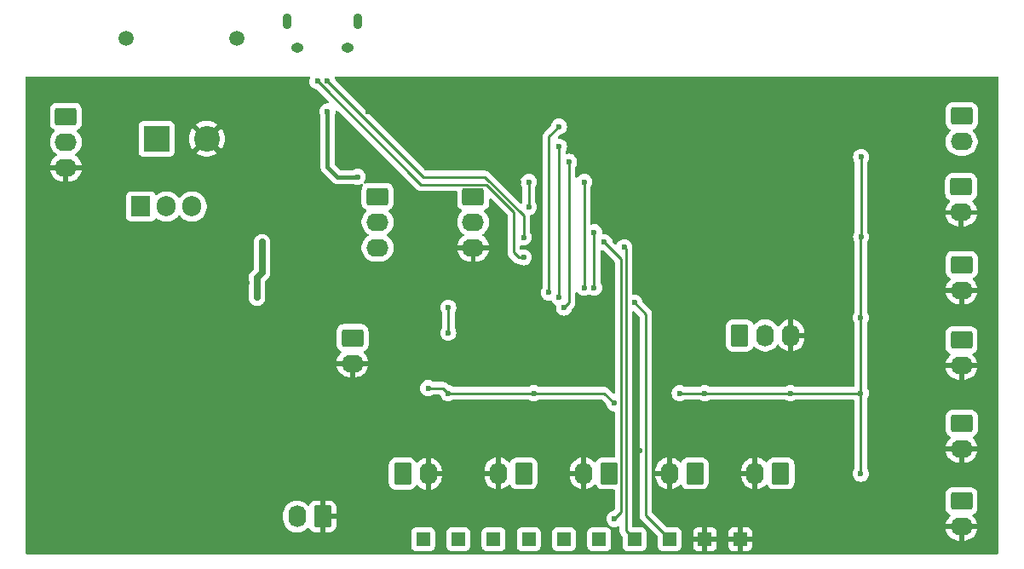
<source format=gbr>
%TF.GenerationSoftware,KiCad,Pcbnew,8.0.8*%
%TF.CreationDate,2025-03-31T14:22:43-05:00*%
%TF.ProjectId,Smart Tripod,536d6172-7420-4547-9269-706f642e6b69,rev?*%
%TF.SameCoordinates,Original*%
%TF.FileFunction,Copper,L2,Bot*%
%TF.FilePolarity,Positive*%
%FSLAX46Y46*%
G04 Gerber Fmt 4.6, Leading zero omitted, Abs format (unit mm)*
G04 Created by KiCad (PCBNEW 8.0.8) date 2025-03-31 14:22:43*
%MOMM*%
%LPD*%
G01*
G04 APERTURE LIST*
G04 Aperture macros list*
%AMRoundRect*
0 Rectangle with rounded corners*
0 $1 Rounding radius*
0 $2 $3 $4 $5 $6 $7 $8 $9 X,Y pos of 4 corners*
0 Add a 4 corners polygon primitive as box body*
4,1,4,$2,$3,$4,$5,$6,$7,$8,$9,$2,$3,0*
0 Add four circle primitives for the rounded corners*
1,1,$1+$1,$2,$3*
1,1,$1+$1,$4,$5*
1,1,$1+$1,$6,$7*
1,1,$1+$1,$8,$9*
0 Add four rect primitives between the rounded corners*
20,1,$1+$1,$2,$3,$4,$5,0*
20,1,$1+$1,$4,$5,$6,$7,0*
20,1,$1+$1,$6,$7,$8,$9,0*
20,1,$1+$1,$8,$9,$2,$3,0*%
G04 Aperture macros list end*
%TA.AperFunction,ComponentPad*%
%ADD10R,1.350000X1.350000*%
%TD*%
%TA.AperFunction,ComponentPad*%
%ADD11RoundRect,0.250000X-0.845000X0.620000X-0.845000X-0.620000X0.845000X-0.620000X0.845000X0.620000X0*%
%TD*%
%TA.AperFunction,ComponentPad*%
%ADD12O,2.190000X1.740000*%
%TD*%
%TA.AperFunction,ComponentPad*%
%ADD13RoundRect,0.250000X0.620000X0.845000X-0.620000X0.845000X-0.620000X-0.845000X0.620000X-0.845000X0*%
%TD*%
%TA.AperFunction,ComponentPad*%
%ADD14O,1.740000X2.190000*%
%TD*%
%TA.AperFunction,ComponentPad*%
%ADD15RoundRect,0.250000X-0.620000X-0.845000X0.620000X-0.845000X0.620000X0.845000X-0.620000X0.845000X0*%
%TD*%
%TA.AperFunction,ComponentPad*%
%ADD16C,2.550000*%
%TD*%
%TA.AperFunction,ComponentPad*%
%ADD17R,2.550000X2.550000*%
%TD*%
%TA.AperFunction,ComponentPad*%
%ADD18C,1.508000*%
%TD*%
%TA.AperFunction,HeatsinkPad*%
%ADD19O,0.890000X1.550000*%
%TD*%
%TA.AperFunction,HeatsinkPad*%
%ADD20O,1.250000X0.950000*%
%TD*%
%TA.AperFunction,ComponentPad*%
%ADD21R,1.905000X2.000000*%
%TD*%
%TA.AperFunction,ComponentPad*%
%ADD22O,1.905000X2.000000*%
%TD*%
%TA.AperFunction,HeatsinkPad*%
%ADD23C,0.600000*%
%TD*%
%TA.AperFunction,ViaPad*%
%ADD24C,0.600000*%
%TD*%
%TA.AperFunction,Conductor*%
%ADD25C,0.254000*%
%TD*%
%TA.AperFunction,Conductor*%
%ADD26C,0.381000*%
%TD*%
%TA.AperFunction,Conductor*%
%ADD27C,0.635000*%
%TD*%
G04 APERTURE END LIST*
D10*
%TO.P,J24,1,Pin_1*%
%TO.N,GND*%
X162500000Y-129500000D03*
%TD*%
D11*
%TO.P,J13,1,Pin_1*%
%TO.N,Net-(J13-Pin_1)*%
X188020000Y-87460000D03*
D12*
%TO.P,J13,2,Pin_2*%
%TO.N,Net-(J13-Pin_2)*%
X188020000Y-90000000D03*
%TD*%
D13*
%TO.P,J11,1,Pin_1*%
%TO.N,Net-(J11-Pin_1)*%
X153000000Y-122960000D03*
D14*
%TO.P,J11,2,Pin_2*%
%TO.N,GND*%
X150460000Y-122960000D03*
%TD*%
D11*
%TO.P,SW3,1,A*%
%TO.N,/POW_USB*%
X129980000Y-95460000D03*
D12*
%TO.P,SW3,2,B*%
%TO.N,Net-(SW3-B)*%
X129980000Y-98000000D03*
%TO.P,SW3,3,C*%
%TO.N,/POW_BUCK*%
X129980000Y-100540000D03*
%TD*%
D10*
%TO.P,J16,1,Pin_1*%
%TO.N,/IO3*%
X152000000Y-129500000D03*
%TD*%
D13*
%TO.P,J12,1,Pin_1*%
%TO.N,Net-(J12-Pin_1)*%
X161500000Y-122960000D03*
D14*
%TO.P,J12,2,Pin_2*%
%TO.N,GND*%
X158960000Y-122960000D03*
%TD*%
D15*
%TO.P,SW1,1,A*%
%TO.N,unconnected-(SW1-A-Pad1)*%
X165960000Y-109260000D03*
D14*
%TO.P,SW1,2,B*%
%TO.N,Net-(SW1-B)*%
X168500000Y-109260000D03*
%TO.P,SW1,3,C*%
%TO.N,GND*%
X171040000Y-109260000D03*
%TD*%
D11*
%TO.P,SW4,1,A*%
%TO.N,/Source*%
X99000000Y-87500000D03*
D12*
%TO.P,SW4,2,B*%
%TO.N,/Gate*%
X99000000Y-90040000D03*
%TO.P,SW4,3,C*%
%TO.N,GND*%
X99000000Y-92580000D03*
%TD*%
D15*
%TO.P,J14,1,Pin_1*%
%TO.N,Net-(J14-Pin_1)*%
X132460000Y-123000000D03*
D14*
%TO.P,J14,2,Pin_2*%
%TO.N,GND*%
X135000000Y-123000000D03*
%TD*%
D16*
%TO.P,J4,N,N*%
%TO.N,GND*%
X113000000Y-89705750D03*
D17*
%TO.P,J4,P,P*%
%TO.N,/Source*%
X108000000Y-89705750D03*
D18*
%TO.P,J4,S1*%
%TO.N,N/C*%
X116000000Y-79705750D03*
%TO.P,J4,S2*%
X105000000Y-79705750D03*
%TD*%
D10*
%TO.P,J21,1,Pin_1*%
%TO.N,/IO8*%
X148500000Y-129500000D03*
%TD*%
D13*
%TO.P,J10,1,Pin_1*%
%TO.N,Net-(J10-Pin_1)*%
X170040000Y-122960000D03*
D14*
%TO.P,J10,2,Pin_2*%
%TO.N,GND*%
X167500000Y-122960000D03*
%TD*%
D11*
%TO.P,J15,1,Pin_1*%
%TO.N,Net-(J15-Pin_1)*%
X127480000Y-109500000D03*
D12*
%TO.P,J15,2,Pin_2*%
%TO.N,GND*%
X127480000Y-112040000D03*
%TD*%
D11*
%TO.P,J8,1,Pin_1*%
%TO.N,Net-(J8-Pin_1)*%
X187980000Y-94500000D03*
D12*
%TO.P,J8,2,Pin_2*%
%TO.N,GND*%
X187980000Y-97040000D03*
%TD*%
D19*
%TO.P,J1,6,Shield*%
%TO.N,GND*%
X128000000Y-78000000D03*
D20*
X127000000Y-80700000D03*
X122000000Y-80700000D03*
D19*
X121000000Y-78000000D03*
%TD*%
D21*
%TO.P,Q1,1,D*%
%TO.N,+7.5V*%
X106460000Y-96445000D03*
D22*
%TO.P,Q1,2,G*%
%TO.N,/Gate*%
X109000000Y-96445000D03*
%TO.P,Q1,3,S*%
%TO.N,/Source*%
X111540000Y-96445000D03*
%TD*%
D10*
%TO.P,J19,1,Pin_1*%
%TO.N,/IO6*%
X141500000Y-129500000D03*
%TD*%
D11*
%TO.P,SW2,1,A*%
%TO.N,unconnected-(SW2-A-Pad1)*%
X139480000Y-95460000D03*
D12*
%TO.P,SW2,2,B*%
%TO.N,/EN*%
X139480000Y-98000000D03*
%TO.P,SW2,3,C*%
%TO.N,GND*%
X139480000Y-100540000D03*
%TD*%
D11*
%TO.P,J3,1,Pin_1*%
%TO.N,Net-(J3-Pin_1)*%
X188000000Y-125730000D03*
D12*
%TO.P,J3,2,Pin_2*%
%TO.N,GND*%
X188000000Y-128270000D03*
%TD*%
D10*
%TO.P,J22,1,Pin_1*%
%TO.N,/IO9*%
X155500000Y-129500000D03*
%TD*%
D11*
%TO.P,J5,1,Pin_1*%
%TO.N,Net-(J5-Pin_1)*%
X188000000Y-109730000D03*
D12*
%TO.P,J5,2,Pin_2*%
%TO.N,GND*%
X188000000Y-112270000D03*
%TD*%
D11*
%TO.P,J6,1,Pin_1*%
%TO.N,Net-(J6-Pin_1)*%
X188020000Y-118000000D03*
D12*
%TO.P,J6,2,Pin_2*%
%TO.N,GND*%
X188020000Y-120540000D03*
%TD*%
D10*
%TO.P,J25,1,Pin_1*%
%TO.N,GND*%
X166000000Y-129500000D03*
%TD*%
%TO.P,J18,1,Pin_1*%
%TO.N,/IO5*%
X138000000Y-129500000D03*
%TD*%
%TO.P,J20,1,Pin_1*%
%TO.N,/IO7*%
X145000000Y-129500000D03*
%TD*%
D13*
%TO.P,J9,1,Pin_1*%
%TO.N,Net-(J9-Pin_1)*%
X144500000Y-122960000D03*
D14*
%TO.P,J9,2,Pin_2*%
%TO.N,GND*%
X141960000Y-122960000D03*
%TD*%
D11*
%TO.P,J7,1,Pin_1*%
%TO.N,Net-(J7-Pin_1)*%
X188020000Y-102230000D03*
D12*
%TO.P,J7,2,Pin_2*%
%TO.N,GND*%
X188020000Y-104770000D03*
%TD*%
D10*
%TO.P,J17,1,Pin_1*%
%TO.N,/IO4*%
X134500000Y-129500000D03*
%TD*%
D13*
%TO.P,J2,1,Pin_1*%
%TO.N,GND*%
X124500000Y-127260000D03*
D14*
%TO.P,J2,2,Pin_2*%
%TO.N,Net-(J2-Pin_2)*%
X121960000Y-127260000D03*
%TD*%
D23*
%TO.P,U1,41,GND*%
%TO.N,GND*%
X155150000Y-93070000D03*
X155150000Y-91670000D03*
X154450000Y-93770000D03*
X154450000Y-92370000D03*
X154450000Y-90970000D03*
X153750000Y-93070000D03*
X153750000Y-91670000D03*
X153050000Y-93770000D03*
X153050000Y-92370000D03*
X153050000Y-90970000D03*
X152350000Y-93070000D03*
X152350000Y-91670000D03*
%TD*%
D10*
%TO.P,J23,1,Pin_1*%
%TO.N,/IO10*%
X159000000Y-129500000D03*
%TD*%
D24*
%TO.N,GND*%
X101500000Y-104000000D03*
X149000000Y-119500000D03*
X106500000Y-99000000D03*
X129000000Y-87000000D03*
X118500000Y-89500000D03*
X124000000Y-89500000D03*
X123500000Y-93000000D03*
X135500000Y-84500000D03*
X130000000Y-84000000D03*
X144000000Y-94000000D03*
X144500000Y-90500000D03*
X135000000Y-96000000D03*
X134500000Y-105000000D03*
X127000000Y-107000000D03*
X131000000Y-114500000D03*
X138000000Y-111500000D03*
X137000000Y-120500000D03*
X140000000Y-125500000D03*
X169500000Y-129000000D03*
X175500000Y-118500000D03*
X188500000Y-123000000D03*
X189000000Y-115000000D03*
X183000000Y-113000000D03*
X183500000Y-108500000D03*
X183500000Y-98000000D03*
X181000000Y-89500000D03*
X169000000Y-89000000D03*
X169500000Y-94000000D03*
X167000000Y-98500000D03*
X171000000Y-105000000D03*
X166500000Y-105000000D03*
X146000000Y-104000000D03*
X148000000Y-109000000D03*
X153000000Y-106500000D03*
X157000000Y-105000000D03*
X159000000Y-111500000D03*
X164500000Y-125500000D03*
X128000000Y-124500000D03*
X128500000Y-130000000D03*
X115500000Y-121500000D03*
X110500000Y-124500000D03*
X116000000Y-125000000D03*
X97000000Y-120500000D03*
X97000000Y-130500000D03*
X107500000Y-121500000D03*
X118500000Y-85500000D03*
X121000000Y-93000000D03*
X125000000Y-96500000D03*
X129500000Y-104000000D03*
X122000000Y-119000000D03*
X130500000Y-128000000D03*
X128500000Y-120000000D03*
X127500000Y-116500000D03*
X139500000Y-109500000D03*
X144000000Y-112500000D03*
X140500000Y-120000000D03*
%TO.N,+3V3*%
X137000000Y-106500000D03*
X137000000Y-109000000D03*
X171000000Y-115000000D03*
X162500000Y-115000000D03*
X160000000Y-115000000D03*
X153500000Y-116000000D03*
X145500000Y-115000000D03*
X137000000Y-115000000D03*
X135000000Y-114500000D03*
%TO.N,/IO10*%
X155500000Y-106000000D03*
%TO.N,/IO9*%
X154500000Y-100500000D03*
%TO.N,/IO3*%
X153500000Y-127500000D03*
X152500000Y-100000000D03*
%TO.N,/IO8*%
X151500000Y-99000000D03*
X151500000Y-104500000D03*
%TO.N,/IO7*%
X150500000Y-94000000D03*
X150500000Y-104500000D03*
%TO.N,/IO6*%
X149000000Y-92000000D03*
X148500000Y-106500000D03*
%TO.N,/IO5*%
X148000000Y-90500000D03*
X148000000Y-105500000D03*
%TO.N,/IO4*%
X147000000Y-105000000D03*
X148000000Y-88500000D03*
%TO.N,/SPEED-DOWN*%
X145000000Y-94000000D03*
X145000000Y-96500000D03*
%TO.N,/D+*%
X144500000Y-101500000D03*
%TO.N,/D-*%
X125000000Y-84000000D03*
X144500000Y-99500000D03*
%TO.N,/D+*%
X124000000Y-84000000D03*
%TO.N,/POW_USB*%
X125000000Y-87000000D03*
X128000000Y-93500000D03*
%TO.N,Net-(U4-VBST)*%
X118500000Y-100000000D03*
X118000000Y-105500000D03*
%TO.N,GND*%
X115000000Y-98000000D03*
X116000000Y-93000000D03*
X96000000Y-95000000D03*
X101500000Y-84500000D03*
X105500000Y-91500000D03*
X98000000Y-95500000D03*
X102000000Y-97500000D03*
X117000000Y-104000000D03*
X115000000Y-114500000D03*
X111500000Y-116500000D03*
X103500000Y-120000000D03*
X111000000Y-110000000D03*
X108000000Y-109500000D03*
X103000000Y-109000000D03*
X99500000Y-110500000D03*
X96000000Y-109500000D03*
X97500000Y-114000000D03*
X101500000Y-114500000D03*
X108000000Y-115500000D03*
X100500000Y-118000000D03*
X113000000Y-120500000D03*
X127500000Y-84500000D03*
X122000000Y-84500000D03*
X141000000Y-85000000D03*
X169000000Y-114000000D03*
X147500000Y-120720000D03*
X116000000Y-130000000D03*
X137500000Y-84500000D03*
X183500000Y-106500000D03*
X156000000Y-120720000D03*
X183000000Y-129500000D03*
X167000000Y-85000000D03*
X171500000Y-98000000D03*
X183500000Y-92500000D03*
X183500000Y-115500000D03*
X138500000Y-90000000D03*
X174000000Y-92500000D03*
X174000000Y-125500000D03*
X183500000Y-99500000D03*
X164000000Y-104500000D03*
X183500000Y-123000000D03*
X164500000Y-120720000D03*
X176000000Y-89000000D03*
%TO.N,+3V3*%
X178000000Y-115000000D03*
X178029607Y-91529607D03*
X178029607Y-99470393D03*
X178000000Y-107500000D03*
X178000000Y-123000000D03*
%TD*%
D25*
%TO.N,+3V3*%
X137000000Y-109000000D02*
X137000000Y-106500000D01*
X171000000Y-115000000D02*
X178000000Y-115000000D01*
X162500000Y-115000000D02*
X171000000Y-115000000D01*
X160000000Y-115000000D02*
X162500000Y-115000000D01*
X152500000Y-115000000D02*
X153500000Y-116000000D01*
X145500000Y-115000000D02*
X152500000Y-115000000D01*
X137000000Y-115000000D02*
X145500000Y-115000000D01*
X136500000Y-114500000D02*
X137000000Y-115000000D01*
X135000000Y-114500000D02*
X136500000Y-114500000D01*
%TO.N,/IO10*%
X156627000Y-107127000D02*
X155500000Y-106000000D01*
X156627000Y-127127000D02*
X156627000Y-107127000D01*
X159000000Y-129500000D02*
X156627000Y-127127000D01*
%TO.N,/IO9*%
X154500000Y-100500000D02*
X154651000Y-100651000D01*
X154651000Y-100651000D02*
X154651000Y-128651000D01*
X154651000Y-128651000D02*
X155500000Y-129500000D01*
%TO.N,/IO3*%
X154197000Y-126803000D02*
X153500000Y-127500000D01*
X154197000Y-101697000D02*
X154197000Y-126803000D01*
X152500000Y-100000000D02*
X154197000Y-101697000D01*
%TO.N,/IO8*%
X151500000Y-104500000D02*
X151500000Y-99000000D01*
%TO.N,/IO7*%
X150500000Y-104500000D02*
X150500000Y-94000000D01*
%TO.N,/IO6*%
X149000000Y-106000000D02*
X149000000Y-92000000D01*
X148500000Y-106500000D02*
X149000000Y-106000000D01*
%TO.N,/IO5*%
X148000000Y-105500000D02*
X148000000Y-90500000D01*
%TO.N,/IO4*%
X147000000Y-105000000D02*
X147000000Y-89500000D01*
X147000000Y-89500000D02*
X148000000Y-88500000D01*
%TO.N,/SPEED-DOWN*%
X145000000Y-96500000D02*
X145000000Y-94000000D01*
%TO.N,/D+*%
X144000000Y-101500000D02*
X144500000Y-101500000D01*
X143500000Y-101000000D02*
X144000000Y-101500000D01*
%TO.N,/D-*%
X134500000Y-93500000D02*
X125000000Y-84000000D01*
X144500000Y-99500000D02*
X144500000Y-97357947D01*
X144500000Y-97357947D02*
X140642053Y-93500000D01*
X140642053Y-93500000D02*
X134500000Y-93500000D01*
%TO.N,/D+*%
X143500000Y-97000000D02*
X143500000Y-101000000D01*
X134263000Y-94263000D02*
X140763000Y-94263000D01*
X124000000Y-84000000D02*
X134263000Y-94263000D01*
X140763000Y-94263000D02*
X143500000Y-97000000D01*
D26*
%TO.N,/POW_USB*%
X125000000Y-87000000D02*
X125000000Y-92500000D01*
X126000000Y-93500000D02*
X128000000Y-93500000D01*
X125000000Y-92500000D02*
X126000000Y-93500000D01*
D27*
%TO.N,Net-(U4-VBST)*%
X118500000Y-103000000D02*
X118500000Y-100000000D01*
X118000000Y-105500000D02*
X118000000Y-103500000D01*
X118000000Y-103500000D02*
X118500000Y-103000000D01*
D25*
%TO.N,+3V3*%
X178000000Y-123000000D02*
X178000000Y-115000000D01*
X178000000Y-107500000D02*
X178000000Y-99500000D01*
X178029607Y-99470393D02*
X178029607Y-91529607D01*
X178000000Y-91500000D02*
X178029607Y-91529607D01*
X178000000Y-115000000D02*
X178000000Y-107500000D01*
X178000000Y-99500000D02*
X178029607Y-99470393D01*
%TD*%
%TA.AperFunction,Conductor*%
%TO.N,GND*%
G36*
X123219142Y-83519685D02*
G01*
X123264897Y-83572489D01*
X123274841Y-83641647D01*
X123269145Y-83664954D01*
X123214632Y-83820742D01*
X123214630Y-83820750D01*
X123194435Y-83999996D01*
X123194435Y-84000003D01*
X123214630Y-84179249D01*
X123214631Y-84179254D01*
X123274211Y-84349523D01*
X123370184Y-84502262D01*
X123497738Y-84629816D01*
X123650478Y-84725789D01*
X123820745Y-84785368D01*
X123864635Y-84790313D01*
X123929048Y-84817378D01*
X123938433Y-84825852D01*
X125095422Y-85982841D01*
X125128907Y-86044164D01*
X125123923Y-86113856D01*
X125082051Y-86169789D01*
X125016587Y-86194206D01*
X125006964Y-86194013D01*
X125006964Y-86194435D01*
X124999996Y-86194435D01*
X124820750Y-86214630D01*
X124820745Y-86214631D01*
X124650476Y-86274211D01*
X124497737Y-86370184D01*
X124370184Y-86497737D01*
X124274211Y-86650476D01*
X124214631Y-86820745D01*
X124214630Y-86820750D01*
X124194435Y-86999996D01*
X124194435Y-87000003D01*
X124214630Y-87179249D01*
X124214631Y-87179254D01*
X124274211Y-87349524D01*
X124289993Y-87374639D01*
X124309000Y-87440612D01*
X124309000Y-92431943D01*
X124309000Y-92568057D01*
X124309000Y-92568059D01*
X124308999Y-92568059D01*
X124335553Y-92701551D01*
X124335556Y-92701561D01*
X124387642Y-92827309D01*
X124387644Y-92827312D01*
X124463263Y-92940485D01*
X124463269Y-92940492D01*
X125559510Y-94036732D01*
X125559511Y-94036733D01*
X125559514Y-94036735D01*
X125624214Y-94079966D01*
X125672689Y-94112356D01*
X125672691Y-94112357D01*
X125672695Y-94112359D01*
X125798438Y-94164443D01*
X125798443Y-94164445D01*
X125798447Y-94164445D01*
X125798448Y-94164446D01*
X125931939Y-94191000D01*
X125931942Y-94191000D01*
X125931943Y-94191000D01*
X126068057Y-94191000D01*
X127559387Y-94191000D01*
X127625359Y-94210006D01*
X127642654Y-94220873D01*
X127650478Y-94225789D01*
X127788652Y-94274138D01*
X127820745Y-94285368D01*
X127820750Y-94285369D01*
X127999996Y-94305565D01*
X128000000Y-94305565D01*
X128000004Y-94305565D01*
X128179249Y-94285369D01*
X128179252Y-94285368D01*
X128179255Y-94285368D01*
X128349522Y-94225789D01*
X128359514Y-94219510D01*
X128426748Y-94200508D01*
X128493584Y-94220873D01*
X128538801Y-94274138D01*
X128548041Y-94343394D01*
X128531028Y-94389598D01*
X128450189Y-94520659D01*
X128450185Y-94520668D01*
X128422349Y-94604670D01*
X128395001Y-94687203D01*
X128395001Y-94687204D01*
X128395000Y-94687204D01*
X128384500Y-94789983D01*
X128384500Y-96130001D01*
X128384501Y-96130018D01*
X128395000Y-96232796D01*
X128395001Y-96232799D01*
X128450185Y-96399331D01*
X128450186Y-96399334D01*
X128542288Y-96548656D01*
X128666344Y-96672712D01*
X128815666Y-96764814D01*
X128815668Y-96764814D01*
X128815669Y-96764815D01*
X128816348Y-96765132D01*
X128816735Y-96765473D01*
X128821813Y-96768605D01*
X128821277Y-96769472D01*
X128868787Y-96811304D01*
X128887939Y-96878498D01*
X128867723Y-96945379D01*
X128851625Y-96965195D01*
X128709640Y-97107180D01*
X128582843Y-97281700D01*
X128484909Y-97473908D01*
X128418245Y-97679077D01*
X128384500Y-97892133D01*
X128384500Y-98107866D01*
X128416456Y-98309627D01*
X128418246Y-98320926D01*
X128484908Y-98526089D01*
X128582843Y-98718299D01*
X128709641Y-98892821D01*
X128862179Y-99045359D01*
X128966109Y-99120869D01*
X129033294Y-99169682D01*
X129075959Y-99225012D01*
X129081938Y-99294626D01*
X129049332Y-99356421D01*
X129033294Y-99370318D01*
X128862179Y-99494641D01*
X128862177Y-99494643D01*
X128862176Y-99494643D01*
X128709643Y-99647176D01*
X128709643Y-99647177D01*
X128709641Y-99647179D01*
X128660635Y-99714630D01*
X128582843Y-99821700D01*
X128484909Y-100013908D01*
X128418245Y-100219077D01*
X128384500Y-100432133D01*
X128384500Y-100647866D01*
X128418020Y-100859500D01*
X128418246Y-100860926D01*
X128484908Y-101066089D01*
X128582843Y-101258299D01*
X128709641Y-101432821D01*
X128862179Y-101585359D01*
X129036701Y-101712157D01*
X129228911Y-101810092D01*
X129434074Y-101876754D01*
X129513973Y-101889408D01*
X129647134Y-101910500D01*
X129647139Y-101910500D01*
X130312866Y-101910500D01*
X130431230Y-101891752D01*
X130525926Y-101876754D01*
X130731089Y-101810092D01*
X130923299Y-101712157D01*
X131097821Y-101585359D01*
X131250359Y-101432821D01*
X131377157Y-101258299D01*
X131475092Y-101066089D01*
X131541754Y-100860926D01*
X131562793Y-100728092D01*
X131575500Y-100647866D01*
X131575500Y-100432133D01*
X131549784Y-100269772D01*
X131541754Y-100219074D01*
X131475092Y-100013911D01*
X131377157Y-99821701D01*
X131250359Y-99647179D01*
X131097821Y-99494641D01*
X130926704Y-99370317D01*
X130884040Y-99314988D01*
X130878061Y-99245374D01*
X130910667Y-99183580D01*
X130926702Y-99169684D01*
X131097821Y-99045359D01*
X131250359Y-98892821D01*
X131377157Y-98718299D01*
X131475092Y-98526089D01*
X131541754Y-98320926D01*
X131571777Y-98131370D01*
X131575500Y-98107866D01*
X131575500Y-97892133D01*
X131543062Y-97687335D01*
X131541754Y-97679074D01*
X131475092Y-97473911D01*
X131377157Y-97281701D01*
X131250359Y-97107179D01*
X131108375Y-96965195D01*
X131074890Y-96903872D01*
X131079874Y-96834180D01*
X131121746Y-96778247D01*
X131143657Y-96765129D01*
X131144322Y-96764817D01*
X131144334Y-96764814D01*
X131293656Y-96672712D01*
X131417712Y-96548656D01*
X131509814Y-96399334D01*
X131564999Y-96232797D01*
X131575500Y-96130009D01*
X131575499Y-94789992D01*
X131564999Y-94687203D01*
X131509814Y-94520666D01*
X131417712Y-94371344D01*
X131293656Y-94247288D01*
X131159347Y-94164446D01*
X131144336Y-94155187D01*
X131144331Y-94155185D01*
X131142862Y-94154698D01*
X130977797Y-94100001D01*
X130977795Y-94100000D01*
X130875010Y-94089500D01*
X129084998Y-94089500D01*
X129084981Y-94089501D01*
X128982203Y-94100000D01*
X128982200Y-94100001D01*
X128815668Y-94155185D01*
X128815661Y-94155188D01*
X128809001Y-94159297D01*
X128741608Y-94177736D01*
X128674945Y-94156812D01*
X128630177Y-94103170D01*
X128621516Y-94033839D01*
X128638911Y-93987787D01*
X128725789Y-93849522D01*
X128785368Y-93679255D01*
X128785369Y-93679249D01*
X128805565Y-93500003D01*
X128805565Y-93499996D01*
X128785369Y-93320750D01*
X128785368Y-93320745D01*
X128741433Y-93195186D01*
X128725789Y-93150478D01*
X128629816Y-92997738D01*
X128502262Y-92870184D01*
X128349523Y-92774211D01*
X128179254Y-92714631D01*
X128179249Y-92714630D01*
X128000004Y-92694435D01*
X127999996Y-92694435D01*
X127820750Y-92714630D01*
X127820745Y-92714631D01*
X127650476Y-92774211D01*
X127625359Y-92789994D01*
X127559387Y-92809000D01*
X126337583Y-92809000D01*
X126270544Y-92789315D01*
X126249902Y-92772681D01*
X125727319Y-92250097D01*
X125693834Y-92188774D01*
X125691000Y-92162416D01*
X125691000Y-87440612D01*
X125710007Y-87374639D01*
X125725788Y-87349524D01*
X125785368Y-87179254D01*
X125785369Y-87179249D01*
X125805565Y-87000003D01*
X125805565Y-86993036D01*
X125808562Y-86993036D01*
X125818288Y-86937368D01*
X125865615Y-86885968D01*
X125933217Y-86868314D01*
X125999632Y-86890012D01*
X126017158Y-86904577D01*
X133775589Y-94663008D01*
X133862992Y-94750411D01*
X133862994Y-94750413D01*
X133862996Y-94750414D01*
X133965756Y-94819076D01*
X133965758Y-94819077D01*
X133965767Y-94819083D01*
X133990772Y-94829440D01*
X134013071Y-94838677D01*
X134055254Y-94856149D01*
X134079966Y-94866386D01*
X134201192Y-94890499D01*
X134201196Y-94890500D01*
X134201197Y-94890500D01*
X134324803Y-94890500D01*
X137760500Y-94890500D01*
X137827539Y-94910185D01*
X137873294Y-94962989D01*
X137884500Y-95014500D01*
X137884500Y-96130001D01*
X137884501Y-96130018D01*
X137895000Y-96232796D01*
X137895001Y-96232799D01*
X137950185Y-96399331D01*
X137950186Y-96399334D01*
X138042288Y-96548656D01*
X138166344Y-96672712D01*
X138315666Y-96764814D01*
X138315668Y-96764814D01*
X138315669Y-96764815D01*
X138316348Y-96765132D01*
X138316735Y-96765473D01*
X138321813Y-96768605D01*
X138321277Y-96769472D01*
X138368787Y-96811304D01*
X138387939Y-96878498D01*
X138367723Y-96945379D01*
X138351625Y-96965195D01*
X138209640Y-97107180D01*
X138082843Y-97281700D01*
X137984909Y-97473908D01*
X137918245Y-97679077D01*
X137884500Y-97892133D01*
X137884500Y-98107866D01*
X137916456Y-98309627D01*
X137918246Y-98320926D01*
X137984908Y-98526089D01*
X138082843Y-98718299D01*
X138209641Y-98892821D01*
X138362179Y-99045359D01*
X138533720Y-99169991D01*
X138576385Y-99225321D01*
X138582364Y-99294935D01*
X138549758Y-99356730D01*
X138533720Y-99370627D01*
X138362503Y-99495024D01*
X138210025Y-99647502D01*
X138210025Y-99647503D01*
X138083271Y-99821963D01*
X137985372Y-100014098D01*
X137918733Y-100219190D01*
X137907519Y-100290000D01*
X138937291Y-100290000D01*
X138925548Y-100310339D01*
X138885000Y-100461667D01*
X138885000Y-100618333D01*
X138925548Y-100769661D01*
X138937291Y-100790000D01*
X137907519Y-100790000D01*
X137918733Y-100860809D01*
X137985372Y-101065901D01*
X138083271Y-101258036D01*
X138210025Y-101432496D01*
X138210025Y-101432497D01*
X138362502Y-101584974D01*
X138536963Y-101711728D01*
X138729098Y-101809627D01*
X138934190Y-101876265D01*
X139147180Y-101910000D01*
X139230000Y-101910000D01*
X139230000Y-101082709D01*
X139250339Y-101094452D01*
X139401667Y-101135000D01*
X139558333Y-101135000D01*
X139709661Y-101094452D01*
X139730000Y-101082709D01*
X139730000Y-101910000D01*
X139812820Y-101910000D01*
X140025809Y-101876265D01*
X140230901Y-101809627D01*
X140423036Y-101711728D01*
X140597496Y-101584974D01*
X140597497Y-101584974D01*
X140749974Y-101432497D01*
X140749974Y-101432496D01*
X140876728Y-101258036D01*
X140974627Y-101065901D01*
X141041266Y-100860809D01*
X141052481Y-100790000D01*
X140022709Y-100790000D01*
X140034452Y-100769661D01*
X140075000Y-100618333D01*
X140075000Y-100461667D01*
X140034452Y-100310339D01*
X140022709Y-100290000D01*
X141052481Y-100290000D01*
X141041266Y-100219190D01*
X140974627Y-100014098D01*
X140876728Y-99821963D01*
X140749974Y-99647503D01*
X140749974Y-99647502D01*
X140597497Y-99495025D01*
X140426279Y-99370627D01*
X140383614Y-99315297D01*
X140377635Y-99245683D01*
X140410241Y-99183888D01*
X140426280Y-99169991D01*
X140597821Y-99045359D01*
X140750359Y-98892821D01*
X140877157Y-98718299D01*
X140975092Y-98526089D01*
X141041754Y-98320926D01*
X141071777Y-98131370D01*
X141075500Y-98107866D01*
X141075500Y-97892133D01*
X141043062Y-97687335D01*
X141041754Y-97679074D01*
X140975092Y-97473911D01*
X140877157Y-97281701D01*
X140750359Y-97107179D01*
X140608375Y-96965195D01*
X140574890Y-96903872D01*
X140579874Y-96834180D01*
X140621746Y-96778247D01*
X140643657Y-96765129D01*
X140644322Y-96764817D01*
X140644334Y-96764814D01*
X140793656Y-96672712D01*
X140917712Y-96548656D01*
X141009814Y-96399334D01*
X141064999Y-96232797D01*
X141075500Y-96130009D01*
X141075499Y-95762278D01*
X141095183Y-95695241D01*
X141147987Y-95649486D01*
X141217146Y-95639542D01*
X141280701Y-95668567D01*
X141287180Y-95674599D01*
X142836181Y-97223600D01*
X142869666Y-97284923D01*
X142872500Y-97311281D01*
X142872500Y-101061807D01*
X142896612Y-101183028D01*
X142896615Y-101183038D01*
X142914323Y-101225786D01*
X142914324Y-101225790D01*
X142943915Y-101297230D01*
X142974619Y-101343182D01*
X142974619Y-101343183D01*
X143012585Y-101400003D01*
X143012591Y-101400011D01*
X143512589Y-101900008D01*
X143569500Y-101956919D01*
X143599994Y-101987413D01*
X143599996Y-101987414D01*
X143702756Y-102056076D01*
X143702758Y-102056077D01*
X143702767Y-102056083D01*
X143727772Y-102066440D01*
X143750071Y-102075677D01*
X143792254Y-102093149D01*
X143816966Y-102103386D01*
X143938192Y-102127499D01*
X143938196Y-102127500D01*
X143938197Y-102127500D01*
X143958328Y-102127500D01*
X144024299Y-102146505D01*
X144150478Y-102225789D01*
X144320745Y-102285368D01*
X144320750Y-102285369D01*
X144499996Y-102305565D01*
X144500000Y-102305565D01*
X144500004Y-102305565D01*
X144679249Y-102285369D01*
X144679252Y-102285368D01*
X144679255Y-102285368D01*
X144849522Y-102225789D01*
X145002262Y-102129816D01*
X145129816Y-102002262D01*
X145225789Y-101849522D01*
X145285368Y-101679255D01*
X145285369Y-101679249D01*
X145305565Y-101500003D01*
X145305565Y-101499996D01*
X145285369Y-101320750D01*
X145285368Y-101320745D01*
X145237181Y-101183035D01*
X145225789Y-101150478D01*
X145220048Y-101141342D01*
X145170071Y-101061803D01*
X145129816Y-100997738D01*
X145002262Y-100870184D01*
X144985259Y-100859500D01*
X144849523Y-100774211D01*
X144679254Y-100714631D01*
X144679249Y-100714630D01*
X144500004Y-100694435D01*
X144499996Y-100694435D01*
X144320746Y-100714631D01*
X144320745Y-100714631D01*
X144292453Y-100724531D01*
X144222674Y-100728092D01*
X144162047Y-100693362D01*
X144129821Y-100631369D01*
X144127500Y-100607489D01*
X144127500Y-100392510D01*
X144147185Y-100325471D01*
X144199989Y-100279716D01*
X144269147Y-100269772D01*
X144292451Y-100275467D01*
X144320745Y-100285368D01*
X144320748Y-100285368D01*
X144320750Y-100285369D01*
X144499996Y-100305565D01*
X144500000Y-100305565D01*
X144500004Y-100305565D01*
X144679249Y-100285369D01*
X144679252Y-100285368D01*
X144679255Y-100285368D01*
X144849522Y-100225789D01*
X145002262Y-100129816D01*
X145129816Y-100002262D01*
X145225789Y-99849522D01*
X145285368Y-99679255D01*
X145285369Y-99679249D01*
X145305565Y-99500003D01*
X145305565Y-99499996D01*
X145285369Y-99320750D01*
X145285368Y-99320745D01*
X145267644Y-99270092D01*
X145225789Y-99150478D01*
X145207184Y-99120869D01*
X145146506Y-99024300D01*
X145127500Y-98958328D01*
X145127500Y-97391460D01*
X145147185Y-97324421D01*
X145199989Y-97278666D01*
X145210530Y-97274424D01*
X145349522Y-97225789D01*
X145502262Y-97129816D01*
X145629816Y-97002262D01*
X145725789Y-96849522D01*
X145785368Y-96679255D01*
X145785886Y-96674662D01*
X145805565Y-96500003D01*
X145805565Y-96499996D01*
X145785369Y-96320750D01*
X145785368Y-96320745D01*
X145725789Y-96150478D01*
X145712927Y-96130009D01*
X145646506Y-96024300D01*
X145627500Y-95958328D01*
X145627500Y-94541671D01*
X145646507Y-94475698D01*
X145725788Y-94349524D01*
X145770805Y-94220873D01*
X145785368Y-94179255D01*
X145788080Y-94155185D01*
X145805565Y-94000003D01*
X145805565Y-93999996D01*
X145785369Y-93820750D01*
X145785368Y-93820745D01*
X145761218Y-93751728D01*
X145725789Y-93650478D01*
X145629816Y-93497738D01*
X145502262Y-93370184D01*
X145349523Y-93274211D01*
X145179254Y-93214631D01*
X145179249Y-93214630D01*
X145000004Y-93194435D01*
X144999996Y-93194435D01*
X144820750Y-93214630D01*
X144820745Y-93214631D01*
X144650476Y-93274211D01*
X144497737Y-93370184D01*
X144370184Y-93497737D01*
X144274211Y-93650476D01*
X144214631Y-93820745D01*
X144214630Y-93820750D01*
X144194435Y-93999996D01*
X144194435Y-94000003D01*
X144214630Y-94179249D01*
X144214631Y-94179254D01*
X144274211Y-94349524D01*
X144353493Y-94475698D01*
X144372500Y-94541671D01*
X144372500Y-95958328D01*
X144353492Y-96024302D01*
X144320561Y-96076709D01*
X144268226Y-96122999D01*
X144199172Y-96133646D01*
X144135324Y-96105270D01*
X144127888Y-96098416D01*
X141042064Y-93012591D01*
X141042063Y-93012590D01*
X141019836Y-92997739D01*
X141019835Y-92997738D01*
X140939292Y-92943920D01*
X140939279Y-92943913D01*
X140905838Y-92930062D01*
X140825088Y-92896614D01*
X140825080Y-92896612D01*
X140703860Y-92872500D01*
X140703856Y-92872500D01*
X134811281Y-92872500D01*
X134744242Y-92852815D01*
X134723600Y-92836181D01*
X128677402Y-86789983D01*
X186424500Y-86789983D01*
X186424500Y-88130001D01*
X186424501Y-88130018D01*
X186435000Y-88232796D01*
X186435001Y-88232799D01*
X186484729Y-88382866D01*
X186490186Y-88399334D01*
X186582288Y-88548656D01*
X186706344Y-88672712D01*
X186855666Y-88764814D01*
X186855668Y-88764814D01*
X186855669Y-88764815D01*
X186856348Y-88765132D01*
X186856735Y-88765473D01*
X186861813Y-88768605D01*
X186861277Y-88769472D01*
X186908787Y-88811304D01*
X186927939Y-88878498D01*
X186907723Y-88945379D01*
X186891625Y-88965195D01*
X186749640Y-89107180D01*
X186622843Y-89281700D01*
X186524909Y-89473908D01*
X186458245Y-89679077D01*
X186424500Y-89892133D01*
X186424500Y-90107866D01*
X186443907Y-90230393D01*
X186458246Y-90320926D01*
X186524908Y-90526089D01*
X186622843Y-90718299D01*
X186749641Y-90892821D01*
X186902179Y-91045359D01*
X187076701Y-91172157D01*
X187268911Y-91270092D01*
X187474074Y-91336754D01*
X187553973Y-91349408D01*
X187687134Y-91370500D01*
X187687139Y-91370500D01*
X188352866Y-91370500D01*
X188471230Y-91351752D01*
X188565926Y-91336754D01*
X188771089Y-91270092D01*
X188963299Y-91172157D01*
X189137821Y-91045359D01*
X189290359Y-90892821D01*
X189417157Y-90718299D01*
X189515092Y-90526089D01*
X189581754Y-90320926D01*
X189596752Y-90226230D01*
X189615500Y-90107866D01*
X189615500Y-89892133D01*
X189587386Y-89714632D01*
X189581754Y-89679074D01*
X189515092Y-89473911D01*
X189417157Y-89281701D01*
X189290359Y-89107179D01*
X189148375Y-88965195D01*
X189114890Y-88903872D01*
X189119874Y-88834180D01*
X189161746Y-88778247D01*
X189183657Y-88765129D01*
X189184322Y-88764817D01*
X189184334Y-88764814D01*
X189333656Y-88672712D01*
X189457712Y-88548656D01*
X189549814Y-88399334D01*
X189604999Y-88232797D01*
X189615500Y-88130009D01*
X189615499Y-86789992D01*
X189604999Y-86687203D01*
X189549814Y-86520666D01*
X189457712Y-86371344D01*
X189333656Y-86247288D01*
X189240888Y-86190069D01*
X189184336Y-86155187D01*
X189184331Y-86155185D01*
X189182862Y-86154698D01*
X189017797Y-86100001D01*
X189017795Y-86100000D01*
X188915010Y-86089500D01*
X187124998Y-86089500D01*
X187124981Y-86089501D01*
X187022203Y-86100000D01*
X187022200Y-86100001D01*
X186855668Y-86155185D01*
X186855663Y-86155187D01*
X186706342Y-86247289D01*
X186582289Y-86371342D01*
X186490187Y-86520663D01*
X186490185Y-86520668D01*
X186462349Y-86604670D01*
X186435001Y-86687203D01*
X186435001Y-86687204D01*
X186435000Y-86687204D01*
X186424500Y-86789983D01*
X128677402Y-86789983D01*
X125825852Y-83938433D01*
X125792367Y-83877110D01*
X125790314Y-83864648D01*
X125785368Y-83820745D01*
X125785367Y-83820742D01*
X125730855Y-83664954D01*
X125727294Y-83595176D01*
X125762023Y-83534548D01*
X125824016Y-83502321D01*
X125847897Y-83500000D01*
X191575500Y-83500000D01*
X191642539Y-83519685D01*
X191688294Y-83572489D01*
X191699500Y-83624000D01*
X191699500Y-130876000D01*
X191679815Y-130943039D01*
X191627011Y-130988794D01*
X191575500Y-131000000D01*
X95124000Y-131000000D01*
X95056961Y-130980315D01*
X95011206Y-130927511D01*
X95000000Y-130876000D01*
X95000000Y-126927133D01*
X120589500Y-126927133D01*
X120589500Y-127592866D01*
X120613453Y-127744098D01*
X120623246Y-127805926D01*
X120689908Y-128011089D01*
X120787843Y-128203299D01*
X120914641Y-128377821D01*
X121067179Y-128530359D01*
X121241701Y-128657157D01*
X121433911Y-128755092D01*
X121639074Y-128821754D01*
X121716563Y-128834027D01*
X121852134Y-128855500D01*
X121852139Y-128855500D01*
X122067866Y-128855500D01*
X122203386Y-128834035D01*
X122280926Y-128821754D01*
X122486089Y-128755092D01*
X122678299Y-128657157D01*
X122852821Y-128530359D01*
X122995186Y-128387993D01*
X123056505Y-128354511D01*
X123126197Y-128359495D01*
X123182131Y-128401366D01*
X123195248Y-128423277D01*
X123195640Y-128424118D01*
X123287684Y-128573345D01*
X123411654Y-128697315D01*
X123560875Y-128789356D01*
X123560880Y-128789358D01*
X123727302Y-128844505D01*
X123727309Y-128844506D01*
X123830019Y-128854999D01*
X124249999Y-128854999D01*
X124250000Y-128854998D01*
X124250000Y-127802709D01*
X124270339Y-127814452D01*
X124421667Y-127855000D01*
X124578333Y-127855000D01*
X124729661Y-127814452D01*
X124750000Y-127802709D01*
X124750000Y-128854999D01*
X125169972Y-128854999D01*
X125169986Y-128854998D01*
X125272697Y-128844505D01*
X125439119Y-128789358D01*
X125439124Y-128789356D01*
X125458937Y-128777135D01*
X133324500Y-128777135D01*
X133324500Y-130222870D01*
X133324501Y-130222876D01*
X133330908Y-130282483D01*
X133381202Y-130417328D01*
X133381206Y-130417335D01*
X133467452Y-130532544D01*
X133467455Y-130532547D01*
X133582664Y-130618793D01*
X133582671Y-130618797D01*
X133717517Y-130669091D01*
X133717516Y-130669091D01*
X133724444Y-130669835D01*
X133777127Y-130675500D01*
X135222872Y-130675499D01*
X135282483Y-130669091D01*
X135417331Y-130618796D01*
X135532546Y-130532546D01*
X135618796Y-130417331D01*
X135669091Y-130282483D01*
X135675500Y-130222873D01*
X135675499Y-128777135D01*
X136824500Y-128777135D01*
X136824500Y-130222870D01*
X136824501Y-130222876D01*
X136830908Y-130282483D01*
X136881202Y-130417328D01*
X136881206Y-130417335D01*
X136967452Y-130532544D01*
X136967455Y-130532547D01*
X137082664Y-130618793D01*
X137082671Y-130618797D01*
X137217517Y-130669091D01*
X137217516Y-130669091D01*
X137224444Y-130669835D01*
X137277127Y-130675500D01*
X138722872Y-130675499D01*
X138782483Y-130669091D01*
X138917331Y-130618796D01*
X139032546Y-130532546D01*
X139118796Y-130417331D01*
X139169091Y-130282483D01*
X139175500Y-130222873D01*
X139175499Y-128777135D01*
X140324500Y-128777135D01*
X140324500Y-130222870D01*
X140324501Y-130222876D01*
X140330908Y-130282483D01*
X140381202Y-130417328D01*
X140381206Y-130417335D01*
X140467452Y-130532544D01*
X140467455Y-130532547D01*
X140582664Y-130618793D01*
X140582671Y-130618797D01*
X140717517Y-130669091D01*
X140717516Y-130669091D01*
X140724444Y-130669835D01*
X140777127Y-130675500D01*
X142222872Y-130675499D01*
X142282483Y-130669091D01*
X142417331Y-130618796D01*
X142532546Y-130532546D01*
X142618796Y-130417331D01*
X142669091Y-130282483D01*
X142675500Y-130222873D01*
X142675499Y-128777135D01*
X143824500Y-128777135D01*
X143824500Y-130222870D01*
X143824501Y-130222876D01*
X143830908Y-130282483D01*
X143881202Y-130417328D01*
X143881206Y-130417335D01*
X143967452Y-130532544D01*
X143967455Y-130532547D01*
X144082664Y-130618793D01*
X144082671Y-130618797D01*
X144217517Y-130669091D01*
X144217516Y-130669091D01*
X144224444Y-130669835D01*
X144277127Y-130675500D01*
X145722872Y-130675499D01*
X145782483Y-130669091D01*
X145917331Y-130618796D01*
X146032546Y-130532546D01*
X146118796Y-130417331D01*
X146169091Y-130282483D01*
X146175500Y-130222873D01*
X146175499Y-128777135D01*
X147324500Y-128777135D01*
X147324500Y-130222870D01*
X147324501Y-130222876D01*
X147330908Y-130282483D01*
X147381202Y-130417328D01*
X147381206Y-130417335D01*
X147467452Y-130532544D01*
X147467455Y-130532547D01*
X147582664Y-130618793D01*
X147582671Y-130618797D01*
X147717517Y-130669091D01*
X147717516Y-130669091D01*
X147724444Y-130669835D01*
X147777127Y-130675500D01*
X149222872Y-130675499D01*
X149282483Y-130669091D01*
X149417331Y-130618796D01*
X149532546Y-130532546D01*
X149618796Y-130417331D01*
X149669091Y-130282483D01*
X149675500Y-130222873D01*
X149675499Y-128777135D01*
X150824500Y-128777135D01*
X150824500Y-130222870D01*
X150824501Y-130222876D01*
X150830908Y-130282483D01*
X150881202Y-130417328D01*
X150881206Y-130417335D01*
X150967452Y-130532544D01*
X150967455Y-130532547D01*
X151082664Y-130618793D01*
X151082671Y-130618797D01*
X151217517Y-130669091D01*
X151217516Y-130669091D01*
X151224444Y-130669835D01*
X151277127Y-130675500D01*
X152722872Y-130675499D01*
X152782483Y-130669091D01*
X152917331Y-130618796D01*
X153032546Y-130532546D01*
X153118796Y-130417331D01*
X153169091Y-130282483D01*
X153175500Y-130222873D01*
X153175499Y-128777128D01*
X153169091Y-128717517D01*
X153167334Y-128712807D01*
X153118797Y-128582671D01*
X153118793Y-128582664D01*
X153032547Y-128467455D01*
X153032544Y-128467452D01*
X152917335Y-128381206D01*
X152917328Y-128381202D01*
X152782482Y-128330908D01*
X152782483Y-128330908D01*
X152722883Y-128324501D01*
X152722881Y-128324500D01*
X152722873Y-128324500D01*
X152722864Y-128324500D01*
X151277129Y-128324500D01*
X151277123Y-128324501D01*
X151217516Y-128330908D01*
X151082671Y-128381202D01*
X151082664Y-128381206D01*
X150967455Y-128467452D01*
X150967452Y-128467455D01*
X150881206Y-128582664D01*
X150881202Y-128582671D01*
X150830908Y-128717517D01*
X150826869Y-128755090D01*
X150824501Y-128777123D01*
X150824500Y-128777135D01*
X149675499Y-128777135D01*
X149675499Y-128777128D01*
X149669091Y-128717517D01*
X149667334Y-128712807D01*
X149618797Y-128582671D01*
X149618793Y-128582664D01*
X149532547Y-128467455D01*
X149532544Y-128467452D01*
X149417335Y-128381206D01*
X149417328Y-128381202D01*
X149282482Y-128330908D01*
X149282483Y-128330908D01*
X149222883Y-128324501D01*
X149222881Y-128324500D01*
X149222873Y-128324500D01*
X149222864Y-128324500D01*
X147777129Y-128324500D01*
X147777123Y-128324501D01*
X147717516Y-128330908D01*
X147582671Y-128381202D01*
X147582664Y-128381206D01*
X147467455Y-128467452D01*
X147467452Y-128467455D01*
X147381206Y-128582664D01*
X147381202Y-128582671D01*
X147330908Y-128717517D01*
X147326869Y-128755090D01*
X147324501Y-128777123D01*
X147324500Y-128777135D01*
X146175499Y-128777135D01*
X146175499Y-128777128D01*
X146169091Y-128717517D01*
X146167334Y-128712807D01*
X146118797Y-128582671D01*
X146118793Y-128582664D01*
X146032547Y-128467455D01*
X146032544Y-128467452D01*
X145917335Y-128381206D01*
X145917328Y-128381202D01*
X145782482Y-128330908D01*
X145782483Y-128330908D01*
X145722883Y-128324501D01*
X145722881Y-128324500D01*
X145722873Y-128324500D01*
X145722864Y-128324500D01*
X144277129Y-128324500D01*
X144277123Y-128324501D01*
X144217516Y-128330908D01*
X144082671Y-128381202D01*
X144082664Y-128381206D01*
X143967455Y-128467452D01*
X143967452Y-128467455D01*
X143881206Y-128582664D01*
X143881202Y-128582671D01*
X143830908Y-128717517D01*
X143826869Y-128755090D01*
X143824501Y-128777123D01*
X143824500Y-128777135D01*
X142675499Y-128777135D01*
X142675499Y-128777128D01*
X142669091Y-128717517D01*
X142667334Y-128712807D01*
X142618797Y-128582671D01*
X142618793Y-128582664D01*
X142532547Y-128467455D01*
X142532544Y-128467452D01*
X142417335Y-128381206D01*
X142417328Y-128381202D01*
X142282482Y-128330908D01*
X142282483Y-128330908D01*
X142222883Y-128324501D01*
X142222881Y-128324500D01*
X142222873Y-128324500D01*
X142222864Y-128324500D01*
X140777129Y-128324500D01*
X140777123Y-128324501D01*
X140717516Y-128330908D01*
X140582671Y-128381202D01*
X140582664Y-128381206D01*
X140467455Y-128467452D01*
X140467452Y-128467455D01*
X140381206Y-128582664D01*
X140381202Y-128582671D01*
X140330908Y-128717517D01*
X140326869Y-128755090D01*
X140324501Y-128777123D01*
X140324500Y-128777135D01*
X139175499Y-128777135D01*
X139175499Y-128777128D01*
X139169091Y-128717517D01*
X139167334Y-128712807D01*
X139118797Y-128582671D01*
X139118793Y-128582664D01*
X139032547Y-128467455D01*
X139032544Y-128467452D01*
X138917335Y-128381206D01*
X138917328Y-128381202D01*
X138782482Y-128330908D01*
X138782483Y-128330908D01*
X138722883Y-128324501D01*
X138722881Y-128324500D01*
X138722873Y-128324500D01*
X138722864Y-128324500D01*
X137277129Y-128324500D01*
X137277123Y-128324501D01*
X137217516Y-128330908D01*
X137082671Y-128381202D01*
X137082664Y-128381206D01*
X136967455Y-128467452D01*
X136967452Y-128467455D01*
X136881206Y-128582664D01*
X136881202Y-128582671D01*
X136830908Y-128717517D01*
X136826869Y-128755090D01*
X136824501Y-128777123D01*
X136824500Y-128777135D01*
X135675499Y-128777135D01*
X135675499Y-128777128D01*
X135669091Y-128717517D01*
X135667334Y-128712807D01*
X135618797Y-128582671D01*
X135618793Y-128582664D01*
X135532547Y-128467455D01*
X135532544Y-128467452D01*
X135417335Y-128381206D01*
X135417328Y-128381202D01*
X135282482Y-128330908D01*
X135282483Y-128330908D01*
X135222883Y-128324501D01*
X135222881Y-128324500D01*
X135222873Y-128324500D01*
X135222864Y-128324500D01*
X133777129Y-128324500D01*
X133777123Y-128324501D01*
X133717516Y-128330908D01*
X133582671Y-128381202D01*
X133582664Y-128381206D01*
X133467455Y-128467452D01*
X133467452Y-128467455D01*
X133381206Y-128582664D01*
X133381202Y-128582671D01*
X133330908Y-128717517D01*
X133326869Y-128755090D01*
X133324501Y-128777123D01*
X133324500Y-128777135D01*
X125458937Y-128777135D01*
X125588345Y-128697315D01*
X125712315Y-128573345D01*
X125804356Y-128424124D01*
X125804358Y-128424119D01*
X125859505Y-128257697D01*
X125859506Y-128257690D01*
X125869999Y-128154986D01*
X125870000Y-128154973D01*
X125870000Y-127510000D01*
X125042709Y-127510000D01*
X125054452Y-127489661D01*
X125095000Y-127338333D01*
X125095000Y-127181667D01*
X125054452Y-127030339D01*
X125042709Y-127010000D01*
X125869999Y-127010000D01*
X125869999Y-126365028D01*
X125869998Y-126365013D01*
X125859505Y-126262302D01*
X125804358Y-126095880D01*
X125804356Y-126095875D01*
X125712315Y-125946654D01*
X125588345Y-125822684D01*
X125439124Y-125730643D01*
X125439119Y-125730641D01*
X125272697Y-125675494D01*
X125272690Y-125675493D01*
X125169986Y-125665000D01*
X124750000Y-125665000D01*
X124750000Y-126717290D01*
X124729661Y-126705548D01*
X124578333Y-126665000D01*
X124421667Y-126665000D01*
X124270339Y-126705548D01*
X124250000Y-126717290D01*
X124250000Y-125665000D01*
X123830028Y-125665000D01*
X123830012Y-125665001D01*
X123727302Y-125675494D01*
X123560880Y-125730641D01*
X123560875Y-125730643D01*
X123411654Y-125822684D01*
X123287684Y-125946654D01*
X123195637Y-126095885D01*
X123195245Y-126096728D01*
X123194821Y-126097208D01*
X123191851Y-126102025D01*
X123191027Y-126101517D01*
X123149072Y-126149167D01*
X123081879Y-126168318D01*
X123014998Y-126148101D01*
X122995183Y-126132003D01*
X122852823Y-125989643D01*
X122852821Y-125989641D01*
X122678299Y-125862843D01*
X122486089Y-125764908D01*
X122280926Y-125698246D01*
X122280924Y-125698245D01*
X122280922Y-125698245D01*
X122067866Y-125664500D01*
X122067861Y-125664500D01*
X121852139Y-125664500D01*
X121852134Y-125664500D01*
X121639077Y-125698245D01*
X121433908Y-125764909D01*
X121241700Y-125862843D01*
X121142129Y-125935186D01*
X121067179Y-125989641D01*
X121067177Y-125989643D01*
X121067176Y-125989643D01*
X120914643Y-126142176D01*
X120914643Y-126142177D01*
X120914641Y-126142179D01*
X120909564Y-126149167D01*
X120787843Y-126316700D01*
X120689909Y-126508908D01*
X120623245Y-126714077D01*
X120589500Y-126927133D01*
X95000000Y-126927133D01*
X95000000Y-122104983D01*
X131089500Y-122104983D01*
X131089500Y-123895001D01*
X131089501Y-123895018D01*
X131100000Y-123997796D01*
X131100001Y-123997799D01*
X131137774Y-124111788D01*
X131155186Y-124164334D01*
X131247288Y-124313656D01*
X131371344Y-124437712D01*
X131520666Y-124529814D01*
X131687203Y-124584999D01*
X131789991Y-124595500D01*
X133130008Y-124595499D01*
X133232797Y-124584999D01*
X133399334Y-124529814D01*
X133548656Y-124437712D01*
X133672712Y-124313656D01*
X133764814Y-124164334D01*
X133764817Y-124164323D01*
X133765353Y-124163177D01*
X133765934Y-124162516D01*
X133768605Y-124158187D01*
X133769344Y-124158643D01*
X133811521Y-124110734D01*
X133878713Y-124091577D01*
X133945596Y-124111788D01*
X133965420Y-124127892D01*
X134107502Y-124269974D01*
X134281963Y-124396728D01*
X134474098Y-124494627D01*
X134679190Y-124561266D01*
X134750000Y-124572481D01*
X134750000Y-123542709D01*
X134770339Y-123554452D01*
X134921667Y-123595000D01*
X135078333Y-123595000D01*
X135229661Y-123554452D01*
X135250000Y-123542709D01*
X135250000Y-124572480D01*
X135320809Y-124561266D01*
X135525901Y-124494627D01*
X135718036Y-124396728D01*
X135892496Y-124269974D01*
X135892497Y-124269974D01*
X136044974Y-124117497D01*
X136044974Y-124117496D01*
X136171728Y-123943036D01*
X136269627Y-123750901D01*
X136336265Y-123545809D01*
X136370000Y-123332820D01*
X136370000Y-123250000D01*
X135542709Y-123250000D01*
X135554452Y-123229661D01*
X135595000Y-123078333D01*
X135595000Y-122921667D01*
X135554452Y-122770339D01*
X135542709Y-122750000D01*
X136370000Y-122750000D01*
X136370000Y-122667179D01*
X136363664Y-122627179D01*
X140590000Y-122627179D01*
X140590000Y-122710000D01*
X141417291Y-122710000D01*
X141405548Y-122730339D01*
X141365000Y-122881667D01*
X141365000Y-123038333D01*
X141405548Y-123189661D01*
X141417291Y-123210000D01*
X140590000Y-123210000D01*
X140590000Y-123292820D01*
X140623734Y-123505809D01*
X140690372Y-123710901D01*
X140788271Y-123903036D01*
X140915025Y-124077496D01*
X140915025Y-124077497D01*
X141067502Y-124229974D01*
X141241963Y-124356728D01*
X141434098Y-124454627D01*
X141639190Y-124521266D01*
X141710000Y-124532481D01*
X141710000Y-123502709D01*
X141730339Y-123514452D01*
X141881667Y-123555000D01*
X142038333Y-123555000D01*
X142189661Y-123514452D01*
X142210000Y-123502709D01*
X142210000Y-124532480D01*
X142280809Y-124521266D01*
X142485901Y-124454627D01*
X142678036Y-124356728D01*
X142852493Y-124229977D01*
X142994578Y-124087892D01*
X143055901Y-124054407D01*
X143125593Y-124059391D01*
X143181527Y-124101262D01*
X143194640Y-124123165D01*
X143195181Y-124124325D01*
X143195185Y-124124331D01*
X143195186Y-124124334D01*
X143287288Y-124273656D01*
X143411344Y-124397712D01*
X143560666Y-124489814D01*
X143727203Y-124544999D01*
X143829991Y-124555500D01*
X145170008Y-124555499D01*
X145272797Y-124544999D01*
X145439334Y-124489814D01*
X145588656Y-124397712D01*
X145712712Y-124273656D01*
X145804814Y-124124334D01*
X145859999Y-123957797D01*
X145870500Y-123855009D01*
X145870499Y-122064992D01*
X145859999Y-121962203D01*
X145804814Y-121795666D01*
X145712712Y-121646344D01*
X145588656Y-121522288D01*
X145439334Y-121430186D01*
X145272797Y-121375001D01*
X145272795Y-121375000D01*
X145170010Y-121364500D01*
X143829998Y-121364500D01*
X143829981Y-121364501D01*
X143727203Y-121375000D01*
X143727200Y-121375001D01*
X143560668Y-121430185D01*
X143560663Y-121430187D01*
X143411342Y-121522289D01*
X143287289Y-121646342D01*
X143195182Y-121795672D01*
X143194638Y-121796840D01*
X143194051Y-121797505D01*
X143191395Y-121801813D01*
X143190658Y-121801358D01*
X143148461Y-121849275D01*
X143081266Y-121868422D01*
X143014387Y-121848201D01*
X142994579Y-121832107D01*
X142852497Y-121690025D01*
X142678036Y-121563271D01*
X142485899Y-121465372D01*
X142280805Y-121398733D01*
X142210000Y-121387518D01*
X142210000Y-122417290D01*
X142189661Y-122405548D01*
X142038333Y-122365000D01*
X141881667Y-122365000D01*
X141730339Y-122405548D01*
X141710000Y-122417290D01*
X141710000Y-121387518D01*
X141709999Y-121387518D01*
X141639194Y-121398733D01*
X141434100Y-121465372D01*
X141241963Y-121563271D01*
X141067503Y-121690025D01*
X141067502Y-121690025D01*
X140915025Y-121842502D01*
X140915025Y-121842503D01*
X140788271Y-122016963D01*
X140690372Y-122209098D01*
X140623734Y-122414190D01*
X140590000Y-122627179D01*
X136363664Y-122627179D01*
X136336265Y-122454190D01*
X136269627Y-122249098D01*
X136171728Y-122056963D01*
X136044974Y-121882503D01*
X136044974Y-121882502D01*
X135892497Y-121730025D01*
X135718036Y-121603271D01*
X135525899Y-121505372D01*
X135320805Y-121438733D01*
X135250000Y-121427518D01*
X135250000Y-122457290D01*
X135229661Y-122445548D01*
X135078333Y-122405000D01*
X134921667Y-122405000D01*
X134770339Y-122445548D01*
X134750000Y-122457290D01*
X134750000Y-121427518D01*
X134749999Y-121427518D01*
X134679194Y-121438733D01*
X134474100Y-121505372D01*
X134281963Y-121603271D01*
X134107506Y-121730022D01*
X133965420Y-121872108D01*
X133904097Y-121905592D01*
X133834405Y-121900608D01*
X133778472Y-121858736D01*
X133765356Y-121836828D01*
X133764816Y-121835670D01*
X133764812Y-121835663D01*
X133672712Y-121686344D01*
X133548656Y-121562288D01*
X133399334Y-121470186D01*
X133232797Y-121415001D01*
X133232795Y-121415000D01*
X133130010Y-121404500D01*
X131789998Y-121404500D01*
X131789981Y-121404501D01*
X131687203Y-121415000D01*
X131687200Y-121415001D01*
X131520668Y-121470185D01*
X131520663Y-121470187D01*
X131371342Y-121562289D01*
X131247289Y-121686342D01*
X131155187Y-121835663D01*
X131155185Y-121835668D01*
X131152920Y-121842503D01*
X131100001Y-122002203D01*
X131100001Y-122002204D01*
X131100000Y-122002204D01*
X131089500Y-122104983D01*
X95000000Y-122104983D01*
X95000000Y-114499996D01*
X134194435Y-114499996D01*
X134194435Y-114500003D01*
X134214630Y-114679249D01*
X134214631Y-114679254D01*
X134274211Y-114849523D01*
X134295069Y-114882718D01*
X134370184Y-115002262D01*
X134497738Y-115129816D01*
X134524300Y-115146506D01*
X134609417Y-115199989D01*
X134650478Y-115225789D01*
X134820745Y-115285368D01*
X134820750Y-115285369D01*
X134999996Y-115305565D01*
X135000000Y-115305565D01*
X135000004Y-115305565D01*
X135179249Y-115285369D01*
X135179252Y-115285368D01*
X135179255Y-115285368D01*
X135349522Y-115225789D01*
X135475700Y-115146505D01*
X135541672Y-115127500D01*
X136108539Y-115127500D01*
X136175578Y-115147185D01*
X136221333Y-115199989D01*
X136225581Y-115210546D01*
X136274210Y-115349521D01*
X136274212Y-115349524D01*
X136370184Y-115502262D01*
X136497738Y-115629816D01*
X136588080Y-115686582D01*
X136609417Y-115699989D01*
X136650478Y-115725789D01*
X136723956Y-115751500D01*
X136820745Y-115785368D01*
X136820750Y-115785369D01*
X136999996Y-115805565D01*
X137000000Y-115805565D01*
X137000004Y-115805565D01*
X137179249Y-115785369D01*
X137179252Y-115785368D01*
X137179255Y-115785368D01*
X137349522Y-115725789D01*
X137475700Y-115646505D01*
X137541672Y-115627500D01*
X144958328Y-115627500D01*
X145024300Y-115646506D01*
X145109417Y-115699989D01*
X145150478Y-115725789D01*
X145223956Y-115751500D01*
X145320745Y-115785368D01*
X145320750Y-115785369D01*
X145499996Y-115805565D01*
X145500000Y-115805565D01*
X145500004Y-115805565D01*
X145679249Y-115785369D01*
X145679252Y-115785368D01*
X145679255Y-115785368D01*
X145849522Y-115725789D01*
X145975700Y-115646505D01*
X146041672Y-115627500D01*
X152188719Y-115627500D01*
X152255758Y-115647185D01*
X152276400Y-115663819D01*
X152674146Y-116061565D01*
X152707631Y-116122888D01*
X152709685Y-116135361D01*
X152714630Y-116179249D01*
X152774210Y-116349521D01*
X152774211Y-116349522D01*
X152870184Y-116502262D01*
X152997738Y-116629816D01*
X153150478Y-116725789D01*
X153320745Y-116785368D01*
X153320750Y-116785369D01*
X153459383Y-116800989D01*
X153523797Y-116828055D01*
X153563352Y-116885650D01*
X153569500Y-116924209D01*
X153569500Y-121240500D01*
X153549815Y-121307539D01*
X153497011Y-121353294D01*
X153445500Y-121364500D01*
X152329998Y-121364500D01*
X152329981Y-121364501D01*
X152227203Y-121375000D01*
X152227200Y-121375001D01*
X152060668Y-121430185D01*
X152060663Y-121430187D01*
X151911342Y-121522289D01*
X151787289Y-121646342D01*
X151695182Y-121795672D01*
X151694638Y-121796840D01*
X151694051Y-121797505D01*
X151691395Y-121801813D01*
X151690658Y-121801358D01*
X151648461Y-121849275D01*
X151581266Y-121868422D01*
X151514387Y-121848201D01*
X151494579Y-121832107D01*
X151352497Y-121690025D01*
X151178036Y-121563271D01*
X150985899Y-121465372D01*
X150780805Y-121398733D01*
X150710000Y-121387518D01*
X150710000Y-122417290D01*
X150689661Y-122405548D01*
X150538333Y-122365000D01*
X150381667Y-122365000D01*
X150230339Y-122405548D01*
X150210000Y-122417290D01*
X150210000Y-121387518D01*
X150209999Y-121387518D01*
X150139194Y-121398733D01*
X149934100Y-121465372D01*
X149741963Y-121563271D01*
X149567503Y-121690025D01*
X149567502Y-121690025D01*
X149415025Y-121842502D01*
X149415025Y-121842503D01*
X149288271Y-122016963D01*
X149190372Y-122209098D01*
X149123734Y-122414190D01*
X149090000Y-122627179D01*
X149090000Y-122710000D01*
X149917291Y-122710000D01*
X149905548Y-122730339D01*
X149865000Y-122881667D01*
X149865000Y-123038333D01*
X149905548Y-123189661D01*
X149917291Y-123210000D01*
X149090000Y-123210000D01*
X149090000Y-123292820D01*
X149123734Y-123505809D01*
X149190372Y-123710901D01*
X149288271Y-123903036D01*
X149415025Y-124077496D01*
X149415025Y-124077497D01*
X149567502Y-124229974D01*
X149741963Y-124356728D01*
X149934098Y-124454627D01*
X150139190Y-124521266D01*
X150210000Y-124532481D01*
X150210000Y-123502709D01*
X150230339Y-123514452D01*
X150381667Y-123555000D01*
X150538333Y-123555000D01*
X150689661Y-123514452D01*
X150710000Y-123502709D01*
X150710000Y-124532480D01*
X150780809Y-124521266D01*
X150985901Y-124454627D01*
X151178036Y-124356728D01*
X151352493Y-124229977D01*
X151494578Y-124087892D01*
X151555901Y-124054407D01*
X151625593Y-124059391D01*
X151681527Y-124101262D01*
X151694640Y-124123165D01*
X151695181Y-124124325D01*
X151695185Y-124124331D01*
X151695186Y-124124334D01*
X151787288Y-124273656D01*
X151911344Y-124397712D01*
X152060666Y-124489814D01*
X152227203Y-124544999D01*
X152329991Y-124555500D01*
X153445500Y-124555499D01*
X153512539Y-124575184D01*
X153558294Y-124627987D01*
X153569500Y-124679499D01*
X153569500Y-126491717D01*
X153549815Y-126558756D01*
X153533181Y-126579399D01*
X153438431Y-126674148D01*
X153377107Y-126707632D01*
X153364636Y-126709686D01*
X153331761Y-126713390D01*
X153320745Y-126714632D01*
X153276610Y-126730075D01*
X153150478Y-126774210D01*
X152997737Y-126870184D01*
X152870184Y-126997737D01*
X152774211Y-127150476D01*
X152714631Y-127320745D01*
X152714630Y-127320750D01*
X152694435Y-127499996D01*
X152694435Y-127500003D01*
X152714630Y-127679249D01*
X152714631Y-127679254D01*
X152774211Y-127849523D01*
X152870184Y-128002262D01*
X152997738Y-128129816D01*
X153037775Y-128154973D01*
X153150474Y-128225787D01*
X153150478Y-128225789D01*
X153241646Y-128257690D01*
X153320745Y-128285368D01*
X153320750Y-128285369D01*
X153499996Y-128305565D01*
X153500000Y-128305565D01*
X153500004Y-128305565D01*
X153679249Y-128285369D01*
X153679252Y-128285368D01*
X153679255Y-128285368D01*
X153849522Y-128225789D01*
X153849522Y-128225788D01*
X153856095Y-128223489D01*
X153856899Y-128225787D01*
X153914634Y-128216278D01*
X153978770Y-128243997D01*
X154017738Y-128301991D01*
X154023500Y-128339351D01*
X154023500Y-128712807D01*
X154047612Y-128834027D01*
X154047614Y-128834035D01*
X154081062Y-128914785D01*
X154094915Y-128948229D01*
X154094920Y-128948239D01*
X154163587Y-129051006D01*
X154163588Y-129051007D01*
X154163589Y-129051008D01*
X154288182Y-129175601D01*
X154321666Y-129236922D01*
X154324500Y-129263281D01*
X154324500Y-130222870D01*
X154324501Y-130222876D01*
X154330908Y-130282483D01*
X154381202Y-130417328D01*
X154381206Y-130417335D01*
X154467452Y-130532544D01*
X154467455Y-130532547D01*
X154582664Y-130618793D01*
X154582671Y-130618797D01*
X154717517Y-130669091D01*
X154717516Y-130669091D01*
X154724444Y-130669835D01*
X154777127Y-130675500D01*
X156222872Y-130675499D01*
X156282483Y-130669091D01*
X156417331Y-130618796D01*
X156532546Y-130532546D01*
X156618796Y-130417331D01*
X156669091Y-130282483D01*
X156675500Y-130222873D01*
X156675499Y-128777128D01*
X156669091Y-128717517D01*
X156667334Y-128712807D01*
X156618797Y-128582671D01*
X156618793Y-128582664D01*
X156532547Y-128467455D01*
X156532544Y-128467452D01*
X156417335Y-128381206D01*
X156417328Y-128381202D01*
X156282482Y-128330908D01*
X156282483Y-128330908D01*
X156222883Y-128324501D01*
X156222881Y-128324500D01*
X156222873Y-128324500D01*
X156222865Y-128324500D01*
X155402500Y-128324500D01*
X155335461Y-128304815D01*
X155289706Y-128252011D01*
X155278500Y-128200500D01*
X155278500Y-106965281D01*
X155298185Y-106898242D01*
X155350989Y-106852487D01*
X155420147Y-106842543D01*
X155483703Y-106871568D01*
X155490181Y-106877600D01*
X155963181Y-107350600D01*
X155996666Y-107411923D01*
X155999500Y-107438281D01*
X155999500Y-127188807D01*
X156023612Y-127310028D01*
X156023615Y-127310038D01*
X156038601Y-127346215D01*
X156038602Y-127346218D01*
X156070915Y-127424230D01*
X156070917Y-127424233D01*
X156121542Y-127499999D01*
X156121543Y-127500001D01*
X156139588Y-127527007D01*
X156139593Y-127527013D01*
X157788181Y-129175600D01*
X157821666Y-129236923D01*
X157824500Y-129263281D01*
X157824500Y-130222870D01*
X157824501Y-130222876D01*
X157830908Y-130282483D01*
X157881202Y-130417328D01*
X157881206Y-130417335D01*
X157967452Y-130532544D01*
X157967455Y-130532547D01*
X158082664Y-130618793D01*
X158082671Y-130618797D01*
X158217517Y-130669091D01*
X158217516Y-130669091D01*
X158224444Y-130669835D01*
X158277127Y-130675500D01*
X159722872Y-130675499D01*
X159782483Y-130669091D01*
X159917331Y-130618796D01*
X160032546Y-130532546D01*
X160118796Y-130417331D01*
X160169091Y-130282483D01*
X160175500Y-130222873D01*
X160175499Y-128777155D01*
X161325000Y-128777155D01*
X161325000Y-129250000D01*
X162184314Y-129250000D01*
X162179920Y-129254394D01*
X162127259Y-129345606D01*
X162100000Y-129447339D01*
X162100000Y-129552661D01*
X162127259Y-129654394D01*
X162179920Y-129745606D01*
X162184314Y-129750000D01*
X161325000Y-129750000D01*
X161325000Y-130222844D01*
X161331401Y-130282372D01*
X161331403Y-130282379D01*
X161381645Y-130417086D01*
X161381649Y-130417093D01*
X161467809Y-130532187D01*
X161467812Y-130532190D01*
X161582906Y-130618350D01*
X161582913Y-130618354D01*
X161717620Y-130668596D01*
X161717627Y-130668598D01*
X161777155Y-130674999D01*
X161777172Y-130675000D01*
X162250000Y-130675000D01*
X162250000Y-129815686D01*
X162254394Y-129820080D01*
X162345606Y-129872741D01*
X162447339Y-129900000D01*
X162552661Y-129900000D01*
X162654394Y-129872741D01*
X162745606Y-129820080D01*
X162750000Y-129815686D01*
X162750000Y-130675000D01*
X163222828Y-130675000D01*
X163222844Y-130674999D01*
X163282372Y-130668598D01*
X163282379Y-130668596D01*
X163417086Y-130618354D01*
X163417093Y-130618350D01*
X163532187Y-130532190D01*
X163532190Y-130532187D01*
X163618350Y-130417093D01*
X163618354Y-130417086D01*
X163668596Y-130282379D01*
X163668598Y-130282372D01*
X163674999Y-130222844D01*
X163675000Y-130222827D01*
X163675000Y-129750000D01*
X162815686Y-129750000D01*
X162820080Y-129745606D01*
X162872741Y-129654394D01*
X162900000Y-129552661D01*
X162900000Y-129447339D01*
X162872741Y-129345606D01*
X162820080Y-129254394D01*
X162815686Y-129250000D01*
X163675000Y-129250000D01*
X163675000Y-128777172D01*
X163674999Y-128777155D01*
X164825000Y-128777155D01*
X164825000Y-129250000D01*
X165684314Y-129250000D01*
X165679920Y-129254394D01*
X165627259Y-129345606D01*
X165600000Y-129447339D01*
X165600000Y-129552661D01*
X165627259Y-129654394D01*
X165679920Y-129745606D01*
X165684314Y-129750000D01*
X164825000Y-129750000D01*
X164825000Y-130222844D01*
X164831401Y-130282372D01*
X164831403Y-130282379D01*
X164881645Y-130417086D01*
X164881649Y-130417093D01*
X164967809Y-130532187D01*
X164967812Y-130532190D01*
X165082906Y-130618350D01*
X165082913Y-130618354D01*
X165217620Y-130668596D01*
X165217627Y-130668598D01*
X165277155Y-130674999D01*
X165277172Y-130675000D01*
X165750000Y-130675000D01*
X165750000Y-129815686D01*
X165754394Y-129820080D01*
X165845606Y-129872741D01*
X165947339Y-129900000D01*
X166052661Y-129900000D01*
X166154394Y-129872741D01*
X166245606Y-129820080D01*
X166250000Y-129815686D01*
X166250000Y-130675000D01*
X166722828Y-130675000D01*
X166722844Y-130674999D01*
X166782372Y-130668598D01*
X166782379Y-130668596D01*
X166917086Y-130618354D01*
X166917093Y-130618350D01*
X167032187Y-130532190D01*
X167032190Y-130532187D01*
X167118350Y-130417093D01*
X167118354Y-130417086D01*
X167168596Y-130282379D01*
X167168598Y-130282372D01*
X167174999Y-130222844D01*
X167175000Y-130222827D01*
X167175000Y-129750000D01*
X166315686Y-129750000D01*
X166320080Y-129745606D01*
X166372741Y-129654394D01*
X166400000Y-129552661D01*
X166400000Y-129447339D01*
X166372741Y-129345606D01*
X166320080Y-129254394D01*
X166315686Y-129250000D01*
X167175000Y-129250000D01*
X167175000Y-128777172D01*
X167174999Y-128777155D01*
X167168598Y-128717627D01*
X167168596Y-128717620D01*
X167118354Y-128582913D01*
X167118350Y-128582906D01*
X167032190Y-128467812D01*
X167032187Y-128467809D01*
X166917093Y-128381649D01*
X166917086Y-128381645D01*
X166782379Y-128331403D01*
X166782372Y-128331401D01*
X166722844Y-128325000D01*
X166250000Y-128325000D01*
X166250000Y-129184314D01*
X166245606Y-129179920D01*
X166154394Y-129127259D01*
X166052661Y-129100000D01*
X165947339Y-129100000D01*
X165845606Y-129127259D01*
X165754394Y-129179920D01*
X165750000Y-129184314D01*
X165750000Y-128325000D01*
X165277155Y-128325000D01*
X165217627Y-128331401D01*
X165217620Y-128331403D01*
X165082913Y-128381645D01*
X165082906Y-128381649D01*
X164967812Y-128467809D01*
X164967809Y-128467812D01*
X164881649Y-128582906D01*
X164881645Y-128582913D01*
X164831403Y-128717620D01*
X164831401Y-128717627D01*
X164825000Y-128777155D01*
X163674999Y-128777155D01*
X163668598Y-128717627D01*
X163668596Y-128717620D01*
X163618354Y-128582913D01*
X163618350Y-128582906D01*
X163532190Y-128467812D01*
X163532187Y-128467809D01*
X163417093Y-128381649D01*
X163417086Y-128381645D01*
X163282379Y-128331403D01*
X163282372Y-128331401D01*
X163222844Y-128325000D01*
X162750000Y-128325000D01*
X162750000Y-129184314D01*
X162745606Y-129179920D01*
X162654394Y-129127259D01*
X162552661Y-129100000D01*
X162447339Y-129100000D01*
X162345606Y-129127259D01*
X162254394Y-129179920D01*
X162250000Y-129184314D01*
X162250000Y-128325000D01*
X161777155Y-128325000D01*
X161717627Y-128331401D01*
X161717620Y-128331403D01*
X161582913Y-128381645D01*
X161582906Y-128381649D01*
X161467812Y-128467809D01*
X161467809Y-128467812D01*
X161381649Y-128582906D01*
X161381645Y-128582913D01*
X161331403Y-128717620D01*
X161331401Y-128717627D01*
X161325000Y-128777155D01*
X160175499Y-128777155D01*
X160175499Y-128777128D01*
X160169091Y-128717517D01*
X160167334Y-128712807D01*
X160118797Y-128582671D01*
X160118793Y-128582664D01*
X160032547Y-128467455D01*
X160032544Y-128467452D01*
X159917335Y-128381206D01*
X159917328Y-128381202D01*
X159782482Y-128330908D01*
X159782483Y-128330908D01*
X159722883Y-128324501D01*
X159722881Y-128324500D01*
X159722873Y-128324500D01*
X159722865Y-128324500D01*
X158763281Y-128324500D01*
X158696242Y-128304815D01*
X158675600Y-128288181D01*
X157290819Y-126903400D01*
X157257334Y-126842077D01*
X157254500Y-126815719D01*
X157254500Y-125059983D01*
X186404500Y-125059983D01*
X186404500Y-126400001D01*
X186404501Y-126400018D01*
X186415000Y-126502796D01*
X186415001Y-126502799D01*
X186470185Y-126669331D01*
X186470187Y-126669336D01*
X186498126Y-126714632D01*
X186562288Y-126818656D01*
X186686344Y-126942712D01*
X186835666Y-127034814D01*
X186835667Y-127034814D01*
X186835670Y-127034816D01*
X186836828Y-127035356D01*
X186837488Y-127035937D01*
X186841813Y-127038605D01*
X186841357Y-127039343D01*
X186889268Y-127081527D01*
X186908422Y-127148720D01*
X186888208Y-127215601D01*
X186872108Y-127235420D01*
X186730022Y-127377506D01*
X186603271Y-127551963D01*
X186505372Y-127744098D01*
X186438733Y-127949190D01*
X186427519Y-128020000D01*
X187457291Y-128020000D01*
X187445548Y-128040339D01*
X187405000Y-128191667D01*
X187405000Y-128348333D01*
X187445548Y-128499661D01*
X187457291Y-128520000D01*
X186427519Y-128520000D01*
X186438733Y-128590809D01*
X186505372Y-128795901D01*
X186603271Y-128988036D01*
X186730025Y-129162496D01*
X186730025Y-129162497D01*
X186882502Y-129314974D01*
X187056963Y-129441728D01*
X187249098Y-129539627D01*
X187454190Y-129606265D01*
X187667180Y-129640000D01*
X187750000Y-129640000D01*
X187750000Y-128812709D01*
X187770339Y-128824452D01*
X187921667Y-128865000D01*
X188078333Y-128865000D01*
X188229661Y-128824452D01*
X188250000Y-128812709D01*
X188250000Y-129640000D01*
X188332820Y-129640000D01*
X188545809Y-129606265D01*
X188750901Y-129539627D01*
X188943036Y-129441728D01*
X189117496Y-129314974D01*
X189117497Y-129314974D01*
X189269974Y-129162497D01*
X189269974Y-129162496D01*
X189396728Y-128988036D01*
X189494627Y-128795901D01*
X189561266Y-128590809D01*
X189572481Y-128520000D01*
X188542709Y-128520000D01*
X188554452Y-128499661D01*
X188595000Y-128348333D01*
X188595000Y-128191667D01*
X188554452Y-128040339D01*
X188542709Y-128020000D01*
X189572481Y-128020000D01*
X189561266Y-127949190D01*
X189494627Y-127744098D01*
X189396728Y-127551963D01*
X189269974Y-127377503D01*
X189269974Y-127377502D01*
X189127892Y-127235420D01*
X189094407Y-127174097D01*
X189099391Y-127104405D01*
X189141263Y-127048472D01*
X189163177Y-127035353D01*
X189164323Y-127034817D01*
X189164334Y-127034814D01*
X189313656Y-126942712D01*
X189437712Y-126818656D01*
X189529814Y-126669334D01*
X189584999Y-126502797D01*
X189595500Y-126400009D01*
X189595499Y-125059992D01*
X189584999Y-124957203D01*
X189529814Y-124790666D01*
X189437712Y-124641344D01*
X189313656Y-124517288D01*
X189164334Y-124425186D01*
X188997797Y-124370001D01*
X188997795Y-124370000D01*
X188895010Y-124359500D01*
X187104998Y-124359500D01*
X187104981Y-124359501D01*
X187002203Y-124370000D01*
X187002200Y-124370001D01*
X186835668Y-124425185D01*
X186835663Y-124425187D01*
X186686342Y-124517289D01*
X186562289Y-124641342D01*
X186470187Y-124790663D01*
X186470186Y-124790666D01*
X186415001Y-124957203D01*
X186415001Y-124957204D01*
X186415000Y-124957204D01*
X186404500Y-125059983D01*
X157254500Y-125059983D01*
X157254500Y-122627179D01*
X157590000Y-122627179D01*
X157590000Y-122710000D01*
X158417291Y-122710000D01*
X158405548Y-122730339D01*
X158365000Y-122881667D01*
X158365000Y-123038333D01*
X158405548Y-123189661D01*
X158417291Y-123210000D01*
X157590000Y-123210000D01*
X157590000Y-123292820D01*
X157623734Y-123505809D01*
X157690372Y-123710901D01*
X157788271Y-123903036D01*
X157915025Y-124077496D01*
X157915025Y-124077497D01*
X158067502Y-124229974D01*
X158241963Y-124356728D01*
X158434098Y-124454627D01*
X158639190Y-124521266D01*
X158710000Y-124532481D01*
X158710000Y-123502709D01*
X158730339Y-123514452D01*
X158881667Y-123555000D01*
X159038333Y-123555000D01*
X159189661Y-123514452D01*
X159210000Y-123502709D01*
X159210000Y-124532480D01*
X159280809Y-124521266D01*
X159485901Y-124454627D01*
X159678036Y-124356728D01*
X159852493Y-124229977D01*
X159994578Y-124087892D01*
X160055901Y-124054407D01*
X160125593Y-124059391D01*
X160181527Y-124101262D01*
X160194640Y-124123165D01*
X160195181Y-124124325D01*
X160195185Y-124124331D01*
X160195186Y-124124334D01*
X160287288Y-124273656D01*
X160411344Y-124397712D01*
X160560666Y-124489814D01*
X160727203Y-124544999D01*
X160829991Y-124555500D01*
X162170008Y-124555499D01*
X162272797Y-124544999D01*
X162439334Y-124489814D01*
X162588656Y-124397712D01*
X162712712Y-124273656D01*
X162804814Y-124124334D01*
X162859999Y-123957797D01*
X162870500Y-123855009D01*
X162870499Y-122627179D01*
X166130000Y-122627179D01*
X166130000Y-122710000D01*
X166957291Y-122710000D01*
X166945548Y-122730339D01*
X166905000Y-122881667D01*
X166905000Y-123038333D01*
X166945548Y-123189661D01*
X166957291Y-123210000D01*
X166130000Y-123210000D01*
X166130000Y-123292820D01*
X166163734Y-123505809D01*
X166230372Y-123710901D01*
X166328271Y-123903036D01*
X166455025Y-124077496D01*
X166455025Y-124077497D01*
X166607502Y-124229974D01*
X166781963Y-124356728D01*
X166974098Y-124454627D01*
X167179190Y-124521266D01*
X167250000Y-124532481D01*
X167250000Y-123502709D01*
X167270339Y-123514452D01*
X167421667Y-123555000D01*
X167578333Y-123555000D01*
X167729661Y-123514452D01*
X167750000Y-123502709D01*
X167750000Y-124532481D01*
X167820809Y-124521266D01*
X168025901Y-124454627D01*
X168218036Y-124356728D01*
X168392493Y-124229977D01*
X168534578Y-124087892D01*
X168595901Y-124054407D01*
X168665593Y-124059391D01*
X168721527Y-124101262D01*
X168734640Y-124123165D01*
X168735181Y-124124325D01*
X168735185Y-124124331D01*
X168735186Y-124124334D01*
X168827288Y-124273656D01*
X168951344Y-124397712D01*
X169100666Y-124489814D01*
X169267203Y-124544999D01*
X169369991Y-124555500D01*
X170710008Y-124555499D01*
X170812797Y-124544999D01*
X170979334Y-124489814D01*
X171128656Y-124397712D01*
X171252712Y-124273656D01*
X171344814Y-124124334D01*
X171399999Y-123957797D01*
X171410500Y-123855009D01*
X171410499Y-122064992D01*
X171399999Y-121962203D01*
X171344814Y-121795666D01*
X171252712Y-121646344D01*
X171128656Y-121522288D01*
X170979334Y-121430186D01*
X170812797Y-121375001D01*
X170812795Y-121375000D01*
X170710010Y-121364500D01*
X169369998Y-121364500D01*
X169369981Y-121364501D01*
X169267203Y-121375000D01*
X169267200Y-121375001D01*
X169100668Y-121430185D01*
X169100663Y-121430187D01*
X168951342Y-121522289D01*
X168827289Y-121646342D01*
X168735182Y-121795672D01*
X168734638Y-121796840D01*
X168734051Y-121797505D01*
X168731395Y-121801813D01*
X168730658Y-121801358D01*
X168688461Y-121849275D01*
X168621266Y-121868422D01*
X168554387Y-121848201D01*
X168534579Y-121832107D01*
X168392497Y-121690025D01*
X168218036Y-121563271D01*
X168025899Y-121465372D01*
X167820805Y-121398733D01*
X167750000Y-121387518D01*
X167750000Y-122417290D01*
X167729661Y-122405548D01*
X167578333Y-122365000D01*
X167421667Y-122365000D01*
X167270339Y-122405548D01*
X167250000Y-122417290D01*
X167250000Y-121387518D01*
X167249999Y-121387518D01*
X167179194Y-121398733D01*
X166974100Y-121465372D01*
X166781963Y-121563271D01*
X166607503Y-121690025D01*
X166607502Y-121690025D01*
X166455025Y-121842502D01*
X166455025Y-121842503D01*
X166328271Y-122016963D01*
X166230372Y-122209098D01*
X166163734Y-122414190D01*
X166130000Y-122627179D01*
X162870499Y-122627179D01*
X162870499Y-122064992D01*
X162859999Y-121962203D01*
X162804814Y-121795666D01*
X162712712Y-121646344D01*
X162588656Y-121522288D01*
X162439334Y-121430186D01*
X162272797Y-121375001D01*
X162272795Y-121375000D01*
X162170010Y-121364500D01*
X160829998Y-121364500D01*
X160829981Y-121364501D01*
X160727203Y-121375000D01*
X160727200Y-121375001D01*
X160560668Y-121430185D01*
X160560663Y-121430187D01*
X160411342Y-121522289D01*
X160287289Y-121646342D01*
X160195182Y-121795672D01*
X160194638Y-121796840D01*
X160194051Y-121797505D01*
X160191395Y-121801813D01*
X160190658Y-121801358D01*
X160148461Y-121849275D01*
X160081266Y-121868422D01*
X160014387Y-121848201D01*
X159994579Y-121832107D01*
X159852497Y-121690025D01*
X159678036Y-121563271D01*
X159485899Y-121465372D01*
X159280805Y-121398733D01*
X159210000Y-121387518D01*
X159210000Y-122417290D01*
X159189661Y-122405548D01*
X159038333Y-122365000D01*
X158881667Y-122365000D01*
X158730339Y-122405548D01*
X158710000Y-122417290D01*
X158710000Y-121387518D01*
X158709999Y-121387518D01*
X158639194Y-121398733D01*
X158434100Y-121465372D01*
X158241963Y-121563271D01*
X158067503Y-121690025D01*
X158067502Y-121690025D01*
X157915025Y-121842502D01*
X157915025Y-121842503D01*
X157788271Y-122016963D01*
X157690372Y-122209098D01*
X157623734Y-122414190D01*
X157590000Y-122627179D01*
X157254500Y-122627179D01*
X157254500Y-114999996D01*
X159194435Y-114999996D01*
X159194435Y-115000003D01*
X159214630Y-115179249D01*
X159214631Y-115179254D01*
X159274211Y-115349523D01*
X159274212Y-115349524D01*
X159370184Y-115502262D01*
X159497738Y-115629816D01*
X159588080Y-115686582D01*
X159609417Y-115699989D01*
X159650478Y-115725789D01*
X159723956Y-115751500D01*
X159820745Y-115785368D01*
X159820750Y-115785369D01*
X159999996Y-115805565D01*
X160000000Y-115805565D01*
X160000004Y-115805565D01*
X160179249Y-115785369D01*
X160179252Y-115785368D01*
X160179255Y-115785368D01*
X160349522Y-115725789D01*
X160475700Y-115646505D01*
X160541672Y-115627500D01*
X161958328Y-115627500D01*
X162024300Y-115646506D01*
X162109417Y-115699989D01*
X162150478Y-115725789D01*
X162223956Y-115751500D01*
X162320745Y-115785368D01*
X162320750Y-115785369D01*
X162499996Y-115805565D01*
X162500000Y-115805565D01*
X162500004Y-115805565D01*
X162679249Y-115785369D01*
X162679252Y-115785368D01*
X162679255Y-115785368D01*
X162849522Y-115725789D01*
X162975700Y-115646505D01*
X163041672Y-115627500D01*
X170458328Y-115627500D01*
X170524300Y-115646506D01*
X170609417Y-115699989D01*
X170650478Y-115725789D01*
X170723956Y-115751500D01*
X170820745Y-115785368D01*
X170820750Y-115785369D01*
X170999996Y-115805565D01*
X171000000Y-115805565D01*
X171000004Y-115805565D01*
X171179249Y-115785369D01*
X171179252Y-115785368D01*
X171179255Y-115785368D01*
X171349522Y-115725789D01*
X171475700Y-115646505D01*
X171541672Y-115627500D01*
X177248500Y-115627500D01*
X177315539Y-115647185D01*
X177361294Y-115699989D01*
X177372500Y-115751500D01*
X177372500Y-122458328D01*
X177353494Y-122524300D01*
X177274211Y-122650476D01*
X177214631Y-122820745D01*
X177214630Y-122820750D01*
X177194435Y-122999996D01*
X177194435Y-123000003D01*
X177214630Y-123179249D01*
X177214631Y-123179254D01*
X177274211Y-123349523D01*
X177328623Y-123436118D01*
X177370184Y-123502262D01*
X177497738Y-123629816D01*
X177650478Y-123725789D01*
X177722244Y-123750901D01*
X177820745Y-123785368D01*
X177820750Y-123785369D01*
X177999996Y-123805565D01*
X178000000Y-123805565D01*
X178000004Y-123805565D01*
X178179249Y-123785369D01*
X178179252Y-123785368D01*
X178179255Y-123785368D01*
X178349522Y-123725789D01*
X178502262Y-123629816D01*
X178629816Y-123502262D01*
X178725789Y-123349522D01*
X178785368Y-123179255D01*
X178805565Y-123000000D01*
X178796739Y-122921667D01*
X178785369Y-122820750D01*
X178785368Y-122820745D01*
X178760613Y-122750000D01*
X178725789Y-122650478D01*
X178690717Y-122594662D01*
X178646506Y-122524300D01*
X178627500Y-122458328D01*
X178627500Y-117329983D01*
X186424500Y-117329983D01*
X186424500Y-118670001D01*
X186424501Y-118670018D01*
X186435000Y-118772796D01*
X186435001Y-118772799D01*
X186490185Y-118939331D01*
X186490186Y-118939334D01*
X186582288Y-119088656D01*
X186706344Y-119212712D01*
X186855666Y-119304814D01*
X186855667Y-119304814D01*
X186855670Y-119304816D01*
X186856828Y-119305356D01*
X186857488Y-119305937D01*
X186861813Y-119308605D01*
X186861357Y-119309343D01*
X186909268Y-119351527D01*
X186928422Y-119418720D01*
X186908208Y-119485601D01*
X186892108Y-119505420D01*
X186750022Y-119647506D01*
X186623271Y-119821963D01*
X186525372Y-120014098D01*
X186458733Y-120219190D01*
X186447519Y-120290000D01*
X187477291Y-120290000D01*
X187465548Y-120310339D01*
X187425000Y-120461667D01*
X187425000Y-120618333D01*
X187465548Y-120769661D01*
X187477291Y-120790000D01*
X186447519Y-120790000D01*
X186458733Y-120860809D01*
X186525372Y-121065901D01*
X186623271Y-121258036D01*
X186750025Y-121432496D01*
X186750025Y-121432497D01*
X186902502Y-121584974D01*
X187076963Y-121711728D01*
X187269098Y-121809627D01*
X187474190Y-121876265D01*
X187687180Y-121910000D01*
X187770000Y-121910000D01*
X187770000Y-121082709D01*
X187790339Y-121094452D01*
X187941667Y-121135000D01*
X188098333Y-121135000D01*
X188249661Y-121094452D01*
X188270000Y-121082709D01*
X188270000Y-121910000D01*
X188352820Y-121910000D01*
X188565809Y-121876265D01*
X188770901Y-121809627D01*
X188963036Y-121711728D01*
X189137496Y-121584974D01*
X189137497Y-121584974D01*
X189289974Y-121432497D01*
X189289974Y-121432496D01*
X189416728Y-121258036D01*
X189514627Y-121065901D01*
X189581266Y-120860809D01*
X189592481Y-120790000D01*
X188562709Y-120790000D01*
X188574452Y-120769661D01*
X188615000Y-120618333D01*
X188615000Y-120461667D01*
X188574452Y-120310339D01*
X188562709Y-120290000D01*
X189592481Y-120290000D01*
X189581266Y-120219190D01*
X189514627Y-120014098D01*
X189416728Y-119821963D01*
X189289974Y-119647503D01*
X189289974Y-119647502D01*
X189147892Y-119505420D01*
X189114407Y-119444097D01*
X189119391Y-119374405D01*
X189161263Y-119318472D01*
X189183177Y-119305353D01*
X189184323Y-119304817D01*
X189184334Y-119304814D01*
X189333656Y-119212712D01*
X189457712Y-119088656D01*
X189549814Y-118939334D01*
X189604999Y-118772797D01*
X189615500Y-118670009D01*
X189615499Y-117329992D01*
X189604999Y-117227203D01*
X189549814Y-117060666D01*
X189457712Y-116911344D01*
X189333656Y-116787288D01*
X189184334Y-116695186D01*
X189017797Y-116640001D01*
X189017795Y-116640000D01*
X188915010Y-116629500D01*
X187124998Y-116629500D01*
X187124981Y-116629501D01*
X187022203Y-116640000D01*
X187022200Y-116640001D01*
X186855668Y-116695185D01*
X186855663Y-116695187D01*
X186706342Y-116787289D01*
X186582289Y-116911342D01*
X186490187Y-117060663D01*
X186490186Y-117060666D01*
X186435001Y-117227203D01*
X186435001Y-117227204D01*
X186435000Y-117227204D01*
X186424500Y-117329983D01*
X178627500Y-117329983D01*
X178627500Y-115541671D01*
X178646507Y-115475698D01*
X178725788Y-115349524D01*
X178769085Y-115225788D01*
X178785368Y-115179255D01*
X178785369Y-115179249D01*
X178805565Y-115000003D01*
X178805565Y-114999996D01*
X178785369Y-114820750D01*
X178785368Y-114820745D01*
X178725789Y-114650478D01*
X178646505Y-114524299D01*
X178627500Y-114458328D01*
X178627500Y-109059983D01*
X186404500Y-109059983D01*
X186404500Y-110400001D01*
X186404501Y-110400018D01*
X186415000Y-110502796D01*
X186415001Y-110502799D01*
X186470185Y-110669331D01*
X186470187Y-110669336D01*
X186496940Y-110712710D01*
X186562288Y-110818656D01*
X186686344Y-110942712D01*
X186835666Y-111034814D01*
X186835667Y-111034814D01*
X186835670Y-111034816D01*
X186836828Y-111035356D01*
X186837488Y-111035937D01*
X186841813Y-111038605D01*
X186841357Y-111039343D01*
X186889268Y-111081527D01*
X186908422Y-111148720D01*
X186888208Y-111215601D01*
X186872108Y-111235420D01*
X186730022Y-111377506D01*
X186603271Y-111551963D01*
X186505372Y-111744098D01*
X186438733Y-111949190D01*
X186427519Y-112020000D01*
X187457291Y-112020000D01*
X187445548Y-112040339D01*
X187405000Y-112191667D01*
X187405000Y-112348333D01*
X187445548Y-112499661D01*
X187457291Y-112520000D01*
X186427519Y-112520000D01*
X186438733Y-112590809D01*
X186505372Y-112795901D01*
X186603271Y-112988036D01*
X186730025Y-113162496D01*
X186730025Y-113162497D01*
X186882502Y-113314974D01*
X187056963Y-113441728D01*
X187249098Y-113539627D01*
X187454190Y-113606265D01*
X187667180Y-113640000D01*
X187750000Y-113640000D01*
X187750000Y-112812709D01*
X187770339Y-112824452D01*
X187921667Y-112865000D01*
X188078333Y-112865000D01*
X188229661Y-112824452D01*
X188250000Y-112812709D01*
X188250000Y-113640000D01*
X188332820Y-113640000D01*
X188545809Y-113606265D01*
X188750901Y-113539627D01*
X188943036Y-113441728D01*
X189117496Y-113314974D01*
X189117497Y-113314974D01*
X189269974Y-113162497D01*
X189269974Y-113162496D01*
X189396728Y-112988036D01*
X189494627Y-112795901D01*
X189561266Y-112590809D01*
X189572481Y-112520000D01*
X188542709Y-112520000D01*
X188554452Y-112499661D01*
X188595000Y-112348333D01*
X188595000Y-112191667D01*
X188554452Y-112040339D01*
X188542709Y-112020000D01*
X189572481Y-112020000D01*
X189561266Y-111949190D01*
X189494627Y-111744098D01*
X189396728Y-111551963D01*
X189269974Y-111377503D01*
X189269974Y-111377502D01*
X189127892Y-111235420D01*
X189094407Y-111174097D01*
X189099391Y-111104405D01*
X189141263Y-111048472D01*
X189163177Y-111035353D01*
X189164323Y-111034817D01*
X189164334Y-111034814D01*
X189313656Y-110942712D01*
X189437712Y-110818656D01*
X189529814Y-110669334D01*
X189584999Y-110502797D01*
X189595500Y-110400009D01*
X189595499Y-109059992D01*
X189584999Y-108957203D01*
X189529814Y-108790666D01*
X189437712Y-108641344D01*
X189313656Y-108517288D01*
X189164334Y-108425186D01*
X188997797Y-108370001D01*
X188997795Y-108370000D01*
X188895010Y-108359500D01*
X187104998Y-108359500D01*
X187104981Y-108359501D01*
X187002203Y-108370000D01*
X187002200Y-108370001D01*
X186835668Y-108425185D01*
X186835663Y-108425187D01*
X186686342Y-108517289D01*
X186562289Y-108641342D01*
X186470187Y-108790663D01*
X186470185Y-108790668D01*
X186442349Y-108874670D01*
X186415001Y-108957203D01*
X186415001Y-108957204D01*
X186415000Y-108957204D01*
X186404500Y-109059983D01*
X178627500Y-109059983D01*
X178627500Y-108041671D01*
X178646507Y-107975698D01*
X178664952Y-107946344D01*
X178725789Y-107849522D01*
X178785368Y-107679255D01*
X178785369Y-107679249D01*
X178805565Y-107500003D01*
X178805565Y-107499996D01*
X178785369Y-107320750D01*
X178785368Y-107320745D01*
X178725788Y-107150476D01*
X178646506Y-107024300D01*
X178627500Y-106958328D01*
X178627500Y-101559983D01*
X186424500Y-101559983D01*
X186424500Y-102900001D01*
X186424501Y-102900018D01*
X186435000Y-103002796D01*
X186435001Y-103002799D01*
X186489398Y-103166955D01*
X186490186Y-103169334D01*
X186582288Y-103318656D01*
X186706344Y-103442712D01*
X186855666Y-103534814D01*
X186855667Y-103534814D01*
X186855670Y-103534816D01*
X186856828Y-103535356D01*
X186857488Y-103535937D01*
X186861813Y-103538605D01*
X186861357Y-103539343D01*
X186909268Y-103581527D01*
X186928422Y-103648720D01*
X186908208Y-103715601D01*
X186892108Y-103735420D01*
X186750022Y-103877506D01*
X186623271Y-104051963D01*
X186525372Y-104244098D01*
X186458733Y-104449190D01*
X186447519Y-104520000D01*
X187477291Y-104520000D01*
X187465548Y-104540339D01*
X187425000Y-104691667D01*
X187425000Y-104848333D01*
X187465548Y-104999661D01*
X187477291Y-105020000D01*
X186447519Y-105020000D01*
X186458733Y-105090809D01*
X186525372Y-105295901D01*
X186623271Y-105488036D01*
X186750025Y-105662496D01*
X186750025Y-105662497D01*
X186902502Y-105814974D01*
X187076963Y-105941728D01*
X187269098Y-106039627D01*
X187474190Y-106106265D01*
X187687180Y-106140000D01*
X187770000Y-106140000D01*
X187770000Y-105312709D01*
X187790339Y-105324452D01*
X187941667Y-105365000D01*
X188098333Y-105365000D01*
X188249661Y-105324452D01*
X188270000Y-105312709D01*
X188270000Y-106140000D01*
X188352820Y-106140000D01*
X188565809Y-106106265D01*
X188770901Y-106039627D01*
X188963036Y-105941728D01*
X189137496Y-105814974D01*
X189137497Y-105814974D01*
X189289974Y-105662497D01*
X189289974Y-105662496D01*
X189416728Y-105488036D01*
X189514627Y-105295901D01*
X189581266Y-105090809D01*
X189592481Y-105020000D01*
X188562709Y-105020000D01*
X188574452Y-104999661D01*
X188615000Y-104848333D01*
X188615000Y-104691667D01*
X188574452Y-104540339D01*
X188562709Y-104520000D01*
X189592481Y-104520000D01*
X189581266Y-104449190D01*
X189514627Y-104244098D01*
X189416728Y-104051963D01*
X189289974Y-103877503D01*
X189289974Y-103877502D01*
X189147892Y-103735420D01*
X189114407Y-103674097D01*
X189119391Y-103604405D01*
X189161263Y-103548472D01*
X189183177Y-103535353D01*
X189184323Y-103534817D01*
X189184334Y-103534814D01*
X189333656Y-103442712D01*
X189457712Y-103318656D01*
X189549814Y-103169334D01*
X189604999Y-103002797D01*
X189615500Y-102900009D01*
X189615499Y-101559992D01*
X189604999Y-101457203D01*
X189549814Y-101290666D01*
X189457712Y-101141344D01*
X189333656Y-101017288D01*
X189240888Y-100960069D01*
X189184336Y-100925187D01*
X189184331Y-100925185D01*
X189182862Y-100924698D01*
X189017797Y-100870001D01*
X189017795Y-100870000D01*
X188915010Y-100859500D01*
X187124998Y-100859500D01*
X187124981Y-100859501D01*
X187022203Y-100870000D01*
X187022200Y-100870001D01*
X186855668Y-100925185D01*
X186855663Y-100925187D01*
X186706342Y-101017289D01*
X186582289Y-101141342D01*
X186490187Y-101290663D01*
X186490185Y-101290668D01*
X186462349Y-101374670D01*
X186435001Y-101457203D01*
X186435001Y-101457204D01*
X186435000Y-101457204D01*
X186424500Y-101559983D01*
X178627500Y-101559983D01*
X178627500Y-100055940D01*
X178647185Y-99988901D01*
X178655574Y-99978490D01*
X178655082Y-99978098D01*
X178659418Y-99972659D01*
X178659423Y-99972655D01*
X178755396Y-99819915D01*
X178814975Y-99649648D01*
X178815217Y-99647502D01*
X178835172Y-99470396D01*
X178835172Y-99470389D01*
X178814976Y-99291143D01*
X178814975Y-99291138D01*
X178791945Y-99225321D01*
X178755396Y-99120871D01*
X178676112Y-98994692D01*
X178657107Y-98928721D01*
X178657107Y-93829983D01*
X186384500Y-93829983D01*
X186384500Y-95170001D01*
X186384501Y-95170018D01*
X186395000Y-95272796D01*
X186395001Y-95272799D01*
X186450185Y-95439331D01*
X186450187Y-95439336D01*
X186457341Y-95450934D01*
X186542288Y-95588656D01*
X186666344Y-95712712D01*
X186815666Y-95804814D01*
X186815667Y-95804814D01*
X186815670Y-95804816D01*
X186816828Y-95805356D01*
X186817488Y-95805937D01*
X186821813Y-95808605D01*
X186821357Y-95809343D01*
X186869268Y-95851527D01*
X186888422Y-95918720D01*
X186868208Y-95985601D01*
X186852108Y-96005420D01*
X186710022Y-96147506D01*
X186583271Y-96321963D01*
X186485372Y-96514098D01*
X186418733Y-96719190D01*
X186407519Y-96790000D01*
X187437291Y-96790000D01*
X187425548Y-96810339D01*
X187385000Y-96961667D01*
X187385000Y-97118333D01*
X187425548Y-97269661D01*
X187437291Y-97290000D01*
X186407519Y-97290000D01*
X186418733Y-97360809D01*
X186485372Y-97565901D01*
X186583271Y-97758036D01*
X186710025Y-97932496D01*
X186710025Y-97932497D01*
X186862502Y-98084974D01*
X187036963Y-98211728D01*
X187229098Y-98309627D01*
X187434190Y-98376265D01*
X187647180Y-98410000D01*
X187730000Y-98410000D01*
X187730000Y-97582709D01*
X187750339Y-97594452D01*
X187901667Y-97635000D01*
X188058333Y-97635000D01*
X188209661Y-97594452D01*
X188230000Y-97582709D01*
X188230000Y-98410000D01*
X188312820Y-98410000D01*
X188525809Y-98376265D01*
X188730901Y-98309627D01*
X188923036Y-98211728D01*
X189097496Y-98084974D01*
X189097497Y-98084974D01*
X189249974Y-97932497D01*
X189249974Y-97932496D01*
X189376728Y-97758036D01*
X189474627Y-97565901D01*
X189541266Y-97360809D01*
X189552481Y-97290000D01*
X188522709Y-97290000D01*
X188534452Y-97269661D01*
X188575000Y-97118333D01*
X188575000Y-96961667D01*
X188534452Y-96810339D01*
X188522709Y-96790000D01*
X189552481Y-96790000D01*
X189541266Y-96719190D01*
X189474627Y-96514098D01*
X189376728Y-96321963D01*
X189249974Y-96147503D01*
X189249974Y-96147502D01*
X189107892Y-96005420D01*
X189074407Y-95944097D01*
X189079391Y-95874405D01*
X189121263Y-95818472D01*
X189143177Y-95805353D01*
X189144323Y-95804817D01*
X189144334Y-95804814D01*
X189293656Y-95712712D01*
X189417712Y-95588656D01*
X189509814Y-95439334D01*
X189564999Y-95272797D01*
X189575500Y-95170009D01*
X189575499Y-93829992D01*
X189574554Y-93820745D01*
X189564999Y-93727203D01*
X189564998Y-93727200D01*
X189509814Y-93560666D01*
X189417712Y-93411344D01*
X189293656Y-93287288D01*
X189144334Y-93195186D01*
X188977797Y-93140001D01*
X188977795Y-93140000D01*
X188875010Y-93129500D01*
X187084998Y-93129500D01*
X187084981Y-93129501D01*
X186982203Y-93140000D01*
X186982200Y-93140001D01*
X186815668Y-93195185D01*
X186815663Y-93195187D01*
X186666342Y-93287289D01*
X186542289Y-93411342D01*
X186450187Y-93560663D01*
X186450186Y-93560666D01*
X186395001Y-93727203D01*
X186395001Y-93727204D01*
X186395000Y-93727204D01*
X186384500Y-93829983D01*
X178657107Y-93829983D01*
X178657107Y-92071278D01*
X178676114Y-92005305D01*
X178679446Y-92000003D01*
X178755396Y-91879129D01*
X178814975Y-91708862D01*
X178817382Y-91687502D01*
X178835172Y-91529610D01*
X178835172Y-91529603D01*
X178814976Y-91350357D01*
X178814975Y-91350352D01*
X178770440Y-91223078D01*
X178755396Y-91180085D01*
X178659423Y-91027345D01*
X178531869Y-90899791D01*
X178451870Y-90849524D01*
X178379130Y-90803818D01*
X178208861Y-90744238D01*
X178208856Y-90744237D01*
X178029611Y-90724042D01*
X178029603Y-90724042D01*
X177850357Y-90744237D01*
X177850352Y-90744238D01*
X177680083Y-90803818D01*
X177527344Y-90899791D01*
X177399791Y-91027344D01*
X177303818Y-91180083D01*
X177244238Y-91350352D01*
X177244237Y-91350357D01*
X177224042Y-91529603D01*
X177224042Y-91529610D01*
X177244237Y-91708856D01*
X177244238Y-91708861D01*
X177303818Y-91879131D01*
X177368470Y-91982023D01*
X177379766Y-92000000D01*
X177383100Y-92005305D01*
X177402107Y-92071278D01*
X177402107Y-98928721D01*
X177383101Y-98994693D01*
X177303818Y-99120869D01*
X177244238Y-99291138D01*
X177244237Y-99291143D01*
X177224042Y-99470389D01*
X177224042Y-99470396D01*
X177244237Y-99649642D01*
X177244238Y-99649647D01*
X177303818Y-99819917D01*
X177353493Y-99898972D01*
X177372500Y-99964945D01*
X177372500Y-106958328D01*
X177353494Y-107024300D01*
X177274211Y-107150476D01*
X177214631Y-107320745D01*
X177214630Y-107320750D01*
X177194435Y-107499996D01*
X177194435Y-107500003D01*
X177214630Y-107679249D01*
X177214631Y-107679254D01*
X177274211Y-107849524D01*
X177353493Y-107975698D01*
X177372500Y-108041671D01*
X177372500Y-114248500D01*
X177352815Y-114315539D01*
X177300011Y-114361294D01*
X177248500Y-114372500D01*
X171541672Y-114372500D01*
X171475700Y-114353494D01*
X171349523Y-114274211D01*
X171179254Y-114214631D01*
X171179249Y-114214630D01*
X171000004Y-114194435D01*
X170999996Y-114194435D01*
X170820750Y-114214630D01*
X170820745Y-114214631D01*
X170650476Y-114274211D01*
X170524300Y-114353494D01*
X170458328Y-114372500D01*
X163041672Y-114372500D01*
X162975700Y-114353494D01*
X162849523Y-114274211D01*
X162679254Y-114214631D01*
X162679249Y-114214630D01*
X162500004Y-114194435D01*
X162499996Y-114194435D01*
X162320750Y-114214630D01*
X162320745Y-114214631D01*
X162150476Y-114274211D01*
X162024300Y-114353494D01*
X161958328Y-114372500D01*
X160541672Y-114372500D01*
X160475700Y-114353494D01*
X160349523Y-114274211D01*
X160179254Y-114214631D01*
X160179249Y-114214630D01*
X160000004Y-114194435D01*
X159999996Y-114194435D01*
X159820750Y-114214630D01*
X159820745Y-114214631D01*
X159650476Y-114274211D01*
X159497737Y-114370184D01*
X159370184Y-114497737D01*
X159274211Y-114650476D01*
X159214631Y-114820745D01*
X159214630Y-114820750D01*
X159194435Y-114999996D01*
X157254500Y-114999996D01*
X157254500Y-108364983D01*
X164589500Y-108364983D01*
X164589500Y-110155001D01*
X164589501Y-110155018D01*
X164600000Y-110257796D01*
X164600001Y-110257799D01*
X164637584Y-110371216D01*
X164655186Y-110424334D01*
X164747288Y-110573656D01*
X164871344Y-110697712D01*
X165020666Y-110789814D01*
X165187203Y-110844999D01*
X165289991Y-110855500D01*
X166630008Y-110855499D01*
X166732797Y-110844999D01*
X166899334Y-110789814D01*
X167048656Y-110697712D01*
X167172712Y-110573656D01*
X167264814Y-110424334D01*
X167264817Y-110424322D01*
X167265129Y-110423657D01*
X167265469Y-110423269D01*
X167268605Y-110418187D01*
X167269473Y-110418722D01*
X167311299Y-110371216D01*
X167378491Y-110352060D01*
X167445373Y-110372272D01*
X167465195Y-110388375D01*
X167607179Y-110530359D01*
X167781701Y-110657157D01*
X167973911Y-110755092D01*
X168179074Y-110821754D01*
X168246796Y-110832480D01*
X168392134Y-110855500D01*
X168392139Y-110855500D01*
X168607866Y-110855500D01*
X168726230Y-110836752D01*
X168820926Y-110821754D01*
X169026089Y-110755092D01*
X169218299Y-110657157D01*
X169392821Y-110530359D01*
X169545359Y-110377821D01*
X169669991Y-110206279D01*
X169725321Y-110163614D01*
X169794934Y-110157635D01*
X169856729Y-110190241D01*
X169870627Y-110206279D01*
X169995025Y-110377496D01*
X169995025Y-110377497D01*
X170147502Y-110529974D01*
X170321963Y-110656728D01*
X170514098Y-110754627D01*
X170719190Y-110821266D01*
X170790000Y-110832481D01*
X170790000Y-109802709D01*
X170810339Y-109814452D01*
X170961667Y-109855000D01*
X171118333Y-109855000D01*
X171269661Y-109814452D01*
X171290000Y-109802709D01*
X171290000Y-110832480D01*
X171360809Y-110821266D01*
X171565901Y-110754627D01*
X171758036Y-110656728D01*
X171932496Y-110529974D01*
X171932497Y-110529974D01*
X172084974Y-110377497D01*
X172084974Y-110377496D01*
X172211728Y-110203036D01*
X172309627Y-110010901D01*
X172376265Y-109805809D01*
X172410000Y-109592820D01*
X172410000Y-109510000D01*
X171582709Y-109510000D01*
X171594452Y-109489661D01*
X171635000Y-109338333D01*
X171635000Y-109181667D01*
X171594452Y-109030339D01*
X171582709Y-109010000D01*
X172410000Y-109010000D01*
X172410000Y-108927179D01*
X172376265Y-108714190D01*
X172309627Y-108509098D01*
X172211728Y-108316963D01*
X172084974Y-108142503D01*
X172084974Y-108142502D01*
X171932497Y-107990025D01*
X171758036Y-107863271D01*
X171565899Y-107765372D01*
X171360805Y-107698733D01*
X171290000Y-107687518D01*
X171290000Y-108717290D01*
X171269661Y-108705548D01*
X171118333Y-108665000D01*
X170961667Y-108665000D01*
X170810339Y-108705548D01*
X170790000Y-108717290D01*
X170790000Y-107687518D01*
X170789999Y-107687518D01*
X170719194Y-107698733D01*
X170514100Y-107765372D01*
X170321963Y-107863271D01*
X170147503Y-107990025D01*
X170147502Y-107990025D01*
X169995024Y-108142503D01*
X169870627Y-108313720D01*
X169815296Y-108356385D01*
X169745683Y-108362364D01*
X169683888Y-108329758D01*
X169669991Y-108313720D01*
X169545359Y-108142179D01*
X169392821Y-107989641D01*
X169218299Y-107862843D01*
X169026089Y-107764908D01*
X168820926Y-107698246D01*
X168820924Y-107698245D01*
X168820922Y-107698245D01*
X168607866Y-107664500D01*
X168607861Y-107664500D01*
X168392139Y-107664500D01*
X168392134Y-107664500D01*
X168179077Y-107698245D01*
X167973908Y-107764909D01*
X167781700Y-107862843D01*
X167607180Y-107989640D01*
X167465195Y-108131625D01*
X167403872Y-108165109D01*
X167334180Y-108160125D01*
X167278247Y-108118253D01*
X167265132Y-108096348D01*
X167264815Y-108095669D01*
X167264814Y-108095668D01*
X167264814Y-108095666D01*
X167172712Y-107946344D01*
X167048656Y-107822288D01*
X166899334Y-107730186D01*
X166732797Y-107675001D01*
X166732795Y-107675000D01*
X166630010Y-107664500D01*
X165289998Y-107664500D01*
X165289981Y-107664501D01*
X165187203Y-107675000D01*
X165187200Y-107675001D01*
X165020668Y-107730185D01*
X165020663Y-107730187D01*
X164871342Y-107822289D01*
X164747289Y-107946342D01*
X164655187Y-108095663D01*
X164655185Y-108095668D01*
X164643974Y-108129501D01*
X164600001Y-108262203D01*
X164600001Y-108262204D01*
X164600000Y-108262204D01*
X164589500Y-108364983D01*
X157254500Y-108364983D01*
X157254500Y-107065196D01*
X157249345Y-107039284D01*
X157249344Y-107039280D01*
X157230386Y-106943966D01*
X157199824Y-106870184D01*
X157183083Y-106829767D01*
X157114414Y-106726996D01*
X157114413Y-106726994D01*
X157114411Y-106726992D01*
X157027008Y-106639589D01*
X156325852Y-105938433D01*
X156292367Y-105877110D01*
X156290314Y-105864648D01*
X156285368Y-105820745D01*
X156225789Y-105650478D01*
X156129816Y-105497738D01*
X156002262Y-105370184D01*
X155899422Y-105305565D01*
X155849523Y-105274211D01*
X155679254Y-105214631D01*
X155679249Y-105214630D01*
X155500004Y-105194435D01*
X155499995Y-105194435D01*
X155416382Y-105203855D01*
X155347561Y-105191800D01*
X155296182Y-105144450D01*
X155278500Y-105080635D01*
X155278500Y-100719950D01*
X155284245Y-100686137D01*
X155283819Y-100686040D01*
X155285365Y-100679261D01*
X155285368Y-100679255D01*
X155288905Y-100647861D01*
X155305565Y-100500003D01*
X155305565Y-100499996D01*
X155285369Y-100320750D01*
X155285368Y-100320745D01*
X155252141Y-100225788D01*
X155225789Y-100150478D01*
X155129816Y-99997738D01*
X155002262Y-99870184D01*
X154925102Y-99821701D01*
X154849523Y-99774211D01*
X154679254Y-99714631D01*
X154679249Y-99714630D01*
X154500004Y-99694435D01*
X154499996Y-99694435D01*
X154320750Y-99714630D01*
X154320745Y-99714631D01*
X154150476Y-99774211D01*
X153997737Y-99870184D01*
X153870184Y-99997737D01*
X153774206Y-100150484D01*
X153773220Y-100152533D01*
X153772231Y-100153627D01*
X153770506Y-100156374D01*
X153770024Y-100156071D01*
X153726393Y-100204389D01*
X153658965Y-100222697D01*
X153592342Y-100201644D01*
X153573823Y-100186404D01*
X153325852Y-99938433D01*
X153292367Y-99877110D01*
X153290314Y-99864648D01*
X153285368Y-99820745D01*
X153225789Y-99650478D01*
X153225267Y-99649648D01*
X153131237Y-99500000D01*
X153129816Y-99497738D01*
X153002262Y-99370184D01*
X152949059Y-99336754D01*
X152849523Y-99274211D01*
X152679254Y-99214631D01*
X152679249Y-99214630D01*
X152500004Y-99194435D01*
X152499996Y-99194435D01*
X152435388Y-99201714D01*
X152366566Y-99189659D01*
X152315187Y-99142310D01*
X152297563Y-99074699D01*
X152298285Y-99064610D01*
X152305565Y-99000002D01*
X152305565Y-98999996D01*
X152285369Y-98820750D01*
X152285368Y-98820745D01*
X152225789Y-98650478D01*
X152129816Y-98497738D01*
X152002262Y-98370184D01*
X151849523Y-98274211D01*
X151679254Y-98214631D01*
X151679249Y-98214630D01*
X151500004Y-98194435D01*
X151499996Y-98194435D01*
X151320750Y-98214630D01*
X151320742Y-98214632D01*
X151292454Y-98224531D01*
X151222675Y-98228092D01*
X151162048Y-98193363D01*
X151129821Y-98131370D01*
X151127500Y-98107489D01*
X151127500Y-94541671D01*
X151146507Y-94475698D01*
X151225788Y-94349524D01*
X151270805Y-94220873D01*
X151285368Y-94179255D01*
X151288080Y-94155185D01*
X151305565Y-94000003D01*
X151305565Y-93999996D01*
X151285369Y-93820750D01*
X151285368Y-93820745D01*
X151261218Y-93751728D01*
X151225789Y-93650478D01*
X151129816Y-93497738D01*
X151002262Y-93370184D01*
X150849523Y-93274211D01*
X150679254Y-93214631D01*
X150679249Y-93214630D01*
X150500004Y-93194435D01*
X150499996Y-93194435D01*
X150320750Y-93214630D01*
X150320745Y-93214631D01*
X150150476Y-93274211D01*
X149997737Y-93370184D01*
X149870185Y-93497736D01*
X149856493Y-93519527D01*
X149804157Y-93565817D01*
X149735104Y-93576464D01*
X149671256Y-93548088D01*
X149632885Y-93489698D01*
X149627500Y-93453553D01*
X149627500Y-92541671D01*
X149646507Y-92475698D01*
X149725788Y-92349524D01*
X149732620Y-92330000D01*
X149785368Y-92179255D01*
X149785369Y-92179249D01*
X149805565Y-92000003D01*
X149805565Y-91999996D01*
X149785369Y-91820750D01*
X149785368Y-91820745D01*
X149746216Y-91708856D01*
X149725789Y-91650478D01*
X149629816Y-91497738D01*
X149502262Y-91370184D01*
X149490321Y-91362681D01*
X149349523Y-91274211D01*
X149179254Y-91214631D01*
X149179249Y-91214630D01*
X149000004Y-91194435D01*
X148999996Y-91194435D01*
X148820750Y-91214630D01*
X148820742Y-91214632D01*
X148792454Y-91224531D01*
X148722675Y-91228092D01*
X148662048Y-91193363D01*
X148629821Y-91131370D01*
X148627500Y-91107489D01*
X148627500Y-91041671D01*
X148646507Y-90975698D01*
X148725788Y-90849524D01*
X148725789Y-90849522D01*
X148785368Y-90679255D01*
X148785369Y-90679249D01*
X148805565Y-90500003D01*
X148805565Y-90499996D01*
X148785369Y-90320750D01*
X148785368Y-90320745D01*
X148725788Y-90150476D01*
X148629815Y-89997737D01*
X148502262Y-89870184D01*
X148349523Y-89774211D01*
X148179254Y-89714631D01*
X148179249Y-89714630D01*
X148000004Y-89694435D01*
X147993036Y-89694435D01*
X147993036Y-89691468D01*
X147937210Y-89681634D01*
X147885877Y-89634234D01*
X147868319Y-89566607D01*
X147890110Y-89500222D01*
X147904569Y-89482849D01*
X148061567Y-89325850D01*
X148122888Y-89292367D01*
X148135345Y-89290315D01*
X148179255Y-89285368D01*
X148349522Y-89225789D01*
X148502262Y-89129816D01*
X148629816Y-89002262D01*
X148725789Y-88849522D01*
X148785368Y-88679255D01*
X148785369Y-88679249D01*
X148805565Y-88500003D01*
X148805565Y-88499996D01*
X148785369Y-88320750D01*
X148785368Y-88320745D01*
X148768590Y-88272796D01*
X148725789Y-88150478D01*
X148712927Y-88130009D01*
X148629815Y-87997737D01*
X148502262Y-87870184D01*
X148349523Y-87774211D01*
X148179254Y-87714631D01*
X148179249Y-87714630D01*
X148000004Y-87694435D01*
X147999996Y-87694435D01*
X147820750Y-87714630D01*
X147820745Y-87714631D01*
X147650476Y-87774211D01*
X147497737Y-87870184D01*
X147370184Y-87997737D01*
X147274210Y-88150478D01*
X147214632Y-88320745D01*
X147209686Y-88364637D01*
X147182618Y-88429051D01*
X147174147Y-88438432D01*
X146738401Y-88874180D01*
X146599992Y-89012589D01*
X146567069Y-89045512D01*
X146512586Y-89099994D01*
X146512585Y-89099996D01*
X146443233Y-89203789D01*
X146441586Y-89208393D01*
X146396614Y-89316964D01*
X146396612Y-89316972D01*
X146382184Y-89389506D01*
X146382185Y-89389507D01*
X146372500Y-89438198D01*
X146372500Y-104458328D01*
X146353494Y-104524300D01*
X146274211Y-104650476D01*
X146214631Y-104820745D01*
X146214630Y-104820750D01*
X146194435Y-104999996D01*
X146194435Y-105000003D01*
X146214630Y-105179249D01*
X146214631Y-105179254D01*
X146274211Y-105349523D01*
X146361245Y-105488036D01*
X146370184Y-105502262D01*
X146497738Y-105629816D01*
X146588080Y-105686582D01*
X146632721Y-105714632D01*
X146650478Y-105725789D01*
X146788860Y-105774211D01*
X146820745Y-105785368D01*
X146820750Y-105785369D01*
X146999996Y-105805565D01*
X147000000Y-105805565D01*
X147000003Y-105805565D01*
X147152862Y-105788342D01*
X147221684Y-105800396D01*
X147271740Y-105845590D01*
X147332148Y-105941728D01*
X147370184Y-106002262D01*
X147497738Y-106129816D01*
X147582423Y-106183027D01*
X147654409Y-106228259D01*
X147700700Y-106280594D01*
X147711657Y-106347136D01*
X147694435Y-106499995D01*
X147694435Y-106500003D01*
X147714630Y-106679249D01*
X147714631Y-106679254D01*
X147774211Y-106849523D01*
X147833554Y-106943966D01*
X147870184Y-107002262D01*
X147997738Y-107129816D01*
X148150478Y-107225789D01*
X148320745Y-107285368D01*
X148320750Y-107285369D01*
X148499996Y-107305565D01*
X148500000Y-107305565D01*
X148500004Y-107305565D01*
X148679249Y-107285369D01*
X148679252Y-107285368D01*
X148679255Y-107285368D01*
X148849522Y-107225789D01*
X149002262Y-107129816D01*
X149129816Y-107002262D01*
X149225789Y-106849522D01*
X149285368Y-106679255D01*
X149290313Y-106635361D01*
X149317378Y-106570951D01*
X149325842Y-106561575D01*
X149487411Y-106400008D01*
X149556083Y-106297233D01*
X149586043Y-106224902D01*
X149603386Y-106183034D01*
X149627500Y-106061803D01*
X149627500Y-105938197D01*
X149627500Y-105046446D01*
X149647185Y-104979407D01*
X149699989Y-104933652D01*
X149769147Y-104923708D01*
X149832703Y-104952733D01*
X149856492Y-104980472D01*
X149870184Y-105002262D01*
X149997738Y-105129816D01*
X150065973Y-105172691D01*
X150132721Y-105214632D01*
X150150478Y-105225789D01*
X150288860Y-105274211D01*
X150320745Y-105285368D01*
X150320750Y-105285369D01*
X150499996Y-105305565D01*
X150500000Y-105305565D01*
X150500004Y-105305565D01*
X150679249Y-105285369D01*
X150679252Y-105285368D01*
X150679255Y-105285368D01*
X150849522Y-105225789D01*
X150867279Y-105214632D01*
X150934027Y-105172691D01*
X151001264Y-105153690D01*
X151065973Y-105172691D01*
X151150475Y-105225788D01*
X151320745Y-105285368D01*
X151320750Y-105285369D01*
X151499996Y-105305565D01*
X151500000Y-105305565D01*
X151500004Y-105305565D01*
X151679249Y-105285369D01*
X151679252Y-105285368D01*
X151679255Y-105285368D01*
X151849522Y-105225789D01*
X152002262Y-105129816D01*
X152129816Y-105002262D01*
X152225789Y-104849522D01*
X152285368Y-104679255D01*
X152285369Y-104679249D01*
X152305565Y-104500003D01*
X152305565Y-104499996D01*
X152285369Y-104320750D01*
X152285368Y-104320745D01*
X152248558Y-104215548D01*
X152225789Y-104150478D01*
X152146505Y-104024299D01*
X152127500Y-103958328D01*
X152127500Y-100892510D01*
X152147185Y-100825471D01*
X152199989Y-100779716D01*
X152269147Y-100769772D01*
X152292451Y-100775467D01*
X152320745Y-100785368D01*
X152364635Y-100790313D01*
X152429048Y-100817378D01*
X152438433Y-100825852D01*
X153533181Y-101920600D01*
X153566666Y-101981923D01*
X153569500Y-102008281D01*
X153569500Y-114882718D01*
X153549815Y-114949757D01*
X153497011Y-114995512D01*
X153427853Y-115005456D01*
X153364297Y-114976431D01*
X153357819Y-114970399D01*
X152900010Y-114512590D01*
X152888820Y-114505114D01*
X152877782Y-114497738D01*
X152874316Y-114495422D01*
X152797239Y-114443920D01*
X152797226Y-114443913D01*
X152763785Y-114430062D01*
X152683035Y-114396614D01*
X152683027Y-114396612D01*
X152561807Y-114372500D01*
X152561803Y-114372500D01*
X146041672Y-114372500D01*
X145975700Y-114353494D01*
X145849523Y-114274211D01*
X145679254Y-114214631D01*
X145679249Y-114214630D01*
X145500004Y-114194435D01*
X145499996Y-114194435D01*
X145320750Y-114214630D01*
X145320745Y-114214631D01*
X145150476Y-114274211D01*
X145024300Y-114353494D01*
X144958328Y-114372500D01*
X137541672Y-114372500D01*
X137475700Y-114353494D01*
X137349521Y-114274210D01*
X137179249Y-114214630D01*
X137135361Y-114209685D01*
X137070948Y-114182617D01*
X137061566Y-114174146D01*
X136900010Y-114012590D01*
X136877783Y-113997739D01*
X136877782Y-113997738D01*
X136797239Y-113943920D01*
X136797226Y-113943913D01*
X136763785Y-113930062D01*
X136683035Y-113896614D01*
X136683027Y-113896612D01*
X136561807Y-113872500D01*
X136561803Y-113872500D01*
X135541672Y-113872500D01*
X135475700Y-113853494D01*
X135349523Y-113774211D01*
X135179254Y-113714631D01*
X135179249Y-113714630D01*
X135000004Y-113694435D01*
X134999996Y-113694435D01*
X134820750Y-113714630D01*
X134820745Y-113714631D01*
X134650476Y-113774211D01*
X134497737Y-113870184D01*
X134370184Y-113997737D01*
X134274211Y-114150476D01*
X134214631Y-114320745D01*
X134214630Y-114320750D01*
X134194435Y-114499996D01*
X95000000Y-114499996D01*
X95000000Y-108829983D01*
X125884500Y-108829983D01*
X125884500Y-110170001D01*
X125884501Y-110170018D01*
X125895000Y-110272796D01*
X125895001Y-110272799D01*
X125943356Y-110418722D01*
X125950186Y-110439334D01*
X126042288Y-110588656D01*
X126166344Y-110712712D01*
X126315666Y-110804814D01*
X126315667Y-110804814D01*
X126315670Y-110804816D01*
X126316828Y-110805356D01*
X126317488Y-110805937D01*
X126321813Y-110808605D01*
X126321357Y-110809343D01*
X126369268Y-110851527D01*
X126388422Y-110918720D01*
X126368208Y-110985601D01*
X126352108Y-111005420D01*
X126210022Y-111147506D01*
X126083271Y-111321963D01*
X125985372Y-111514098D01*
X125918733Y-111719190D01*
X125907519Y-111790000D01*
X126937291Y-111790000D01*
X126925548Y-111810339D01*
X126885000Y-111961667D01*
X126885000Y-112118333D01*
X126925548Y-112269661D01*
X126937291Y-112290000D01*
X125907519Y-112290000D01*
X125918733Y-112360809D01*
X125985372Y-112565901D01*
X126083271Y-112758036D01*
X126210025Y-112932496D01*
X126210025Y-112932497D01*
X126362502Y-113084974D01*
X126536963Y-113211728D01*
X126729098Y-113309627D01*
X126934190Y-113376265D01*
X127147180Y-113410000D01*
X127230000Y-113410000D01*
X127230000Y-112582709D01*
X127250339Y-112594452D01*
X127401667Y-112635000D01*
X127558333Y-112635000D01*
X127709661Y-112594452D01*
X127730000Y-112582709D01*
X127730000Y-113410000D01*
X127812820Y-113410000D01*
X128025809Y-113376265D01*
X128230901Y-113309627D01*
X128423036Y-113211728D01*
X128597496Y-113084974D01*
X128597497Y-113084974D01*
X128749974Y-112932497D01*
X128749974Y-112932496D01*
X128876728Y-112758036D01*
X128974627Y-112565901D01*
X129041266Y-112360809D01*
X129052481Y-112290000D01*
X128022709Y-112290000D01*
X128034452Y-112269661D01*
X128075000Y-112118333D01*
X128075000Y-111961667D01*
X128034452Y-111810339D01*
X128022709Y-111790000D01*
X129052481Y-111790000D01*
X129041266Y-111719190D01*
X128974627Y-111514098D01*
X128876728Y-111321963D01*
X128749974Y-111147503D01*
X128749974Y-111147502D01*
X128607892Y-111005420D01*
X128574407Y-110944097D01*
X128579391Y-110874405D01*
X128621263Y-110818472D01*
X128643177Y-110805353D01*
X128644323Y-110804817D01*
X128644334Y-110804814D01*
X128793656Y-110712712D01*
X128917712Y-110588656D01*
X129009814Y-110439334D01*
X129064999Y-110272797D01*
X129075500Y-110170009D01*
X129075499Y-108829992D01*
X129074554Y-108820745D01*
X129064999Y-108727203D01*
X129064998Y-108727200D01*
X129044387Y-108665000D01*
X129009814Y-108560666D01*
X128917712Y-108411344D01*
X128793656Y-108287288D01*
X128644334Y-108195186D01*
X128477797Y-108140001D01*
X128477795Y-108140000D01*
X128375010Y-108129500D01*
X126584998Y-108129500D01*
X126584981Y-108129501D01*
X126482203Y-108140000D01*
X126482200Y-108140001D01*
X126315668Y-108195185D01*
X126315663Y-108195187D01*
X126166342Y-108287289D01*
X126042289Y-108411342D01*
X125950187Y-108560663D01*
X125950186Y-108560666D01*
X125895001Y-108727203D01*
X125895001Y-108727204D01*
X125895000Y-108727204D01*
X125884500Y-108829983D01*
X95000000Y-108829983D01*
X95000000Y-106499996D01*
X136194435Y-106499996D01*
X136194435Y-106500003D01*
X136214630Y-106679249D01*
X136214631Y-106679254D01*
X136274211Y-106849524D01*
X136353493Y-106975698D01*
X136372500Y-107041671D01*
X136372500Y-108458328D01*
X136353494Y-108524300D01*
X136274211Y-108650476D01*
X136214631Y-108820745D01*
X136214630Y-108820750D01*
X136194435Y-108999996D01*
X136194435Y-109000003D01*
X136214630Y-109179249D01*
X136214631Y-109179254D01*
X136274211Y-109349523D01*
X136362266Y-109489661D01*
X136370184Y-109502262D01*
X136497738Y-109629816D01*
X136650478Y-109725789D01*
X136679997Y-109736118D01*
X136820745Y-109785368D01*
X136820750Y-109785369D01*
X136999996Y-109805565D01*
X137000000Y-109805565D01*
X137000004Y-109805565D01*
X137179249Y-109785369D01*
X137179252Y-109785368D01*
X137179255Y-109785368D01*
X137349522Y-109725789D01*
X137502262Y-109629816D01*
X137629816Y-109502262D01*
X137725789Y-109349522D01*
X137785368Y-109179255D01*
X137802147Y-109030339D01*
X137805565Y-109000003D01*
X137805565Y-108999996D01*
X137785369Y-108820750D01*
X137785368Y-108820745D01*
X137772469Y-108783882D01*
X137725789Y-108650478D01*
X137720048Y-108641342D01*
X137646506Y-108524300D01*
X137627500Y-108458328D01*
X137627500Y-107041671D01*
X137646507Y-106975698D01*
X137653053Y-106965281D01*
X137695176Y-106898242D01*
X137725788Y-106849524D01*
X137728231Y-106842543D01*
X137785368Y-106679255D01*
X137789837Y-106639590D01*
X137805565Y-106500003D01*
X137805565Y-106499996D01*
X137785369Y-106320750D01*
X137785368Y-106320745D01*
X137773408Y-106286565D01*
X137725789Y-106150478D01*
X137629816Y-105997738D01*
X137502262Y-105870184D01*
X137463121Y-105845590D01*
X137349523Y-105774211D01*
X137179254Y-105714631D01*
X137179249Y-105714630D01*
X137000004Y-105694435D01*
X136999996Y-105694435D01*
X136820750Y-105714630D01*
X136820745Y-105714631D01*
X136650476Y-105774211D01*
X136497737Y-105870184D01*
X136370184Y-105997737D01*
X136274211Y-106150476D01*
X136214631Y-106320745D01*
X136214630Y-106320750D01*
X136194435Y-106499996D01*
X95000000Y-106499996D01*
X95000000Y-103419429D01*
X117182000Y-103419429D01*
X117182000Y-105580570D01*
X117213433Y-105738594D01*
X117213435Y-105738602D01*
X117275096Y-105887466D01*
X117364619Y-106021447D01*
X117478552Y-106135380D01*
X117478555Y-106135382D01*
X117612532Y-106224902D01*
X117761398Y-106286565D01*
X117919429Y-106317999D01*
X117919433Y-106318000D01*
X117919434Y-106318000D01*
X118080567Y-106318000D01*
X118080568Y-106317999D01*
X118238602Y-106286565D01*
X118387468Y-106224902D01*
X118521445Y-106135382D01*
X118635382Y-106021445D01*
X118724902Y-105887468D01*
X118729193Y-105877110D01*
X118740620Y-105849522D01*
X118786565Y-105738602D01*
X118818000Y-105580566D01*
X118818000Y-103890187D01*
X118837685Y-103823148D01*
X118854310Y-103802515D01*
X119011238Y-103645586D01*
X119011243Y-103645583D01*
X119021443Y-103635382D01*
X119021445Y-103635382D01*
X119135382Y-103521445D01*
X119135618Y-103521090D01*
X119171236Y-103467784D01*
X119171238Y-103467780D01*
X119224903Y-103387468D01*
X119286565Y-103238602D01*
X119300816Y-103166956D01*
X119318000Y-103080566D01*
X119318000Y-99919434D01*
X119286565Y-99761398D01*
X119252540Y-99679255D01*
X119224903Y-99612533D01*
X119135380Y-99478552D01*
X119021447Y-99364619D01*
X118887466Y-99275096D01*
X118738602Y-99213435D01*
X118738594Y-99213433D01*
X118580570Y-99182000D01*
X118580566Y-99182000D01*
X118419434Y-99182000D01*
X118419429Y-99182000D01*
X118261405Y-99213433D01*
X118261397Y-99213435D01*
X118112533Y-99275096D01*
X117978552Y-99364619D01*
X117864619Y-99478552D01*
X117775096Y-99612533D01*
X117713435Y-99761397D01*
X117713433Y-99761405D01*
X117682000Y-99919429D01*
X117682000Y-102609810D01*
X117662315Y-102676849D01*
X117645681Y-102697491D01*
X117364620Y-102978551D01*
X117364617Y-102978555D01*
X117275100Y-103112525D01*
X117275093Y-103112538D01*
X117213436Y-103261393D01*
X117213433Y-103261405D01*
X117182000Y-103419429D01*
X95000000Y-103419429D01*
X95000000Y-95397135D01*
X105007000Y-95397135D01*
X105007000Y-97492870D01*
X105007001Y-97492876D01*
X105013408Y-97552483D01*
X105063702Y-97687328D01*
X105063706Y-97687335D01*
X105149952Y-97802544D01*
X105149955Y-97802547D01*
X105265164Y-97888793D01*
X105265171Y-97888797D01*
X105400017Y-97939091D01*
X105400016Y-97939091D01*
X105406944Y-97939835D01*
X105459627Y-97945500D01*
X107460372Y-97945499D01*
X107519983Y-97939091D01*
X107654831Y-97888796D01*
X107770046Y-97802546D01*
X107856296Y-97687331D01*
X107866690Y-97659460D01*
X107908560Y-97603527D01*
X107974023Y-97579108D01*
X108042297Y-97593958D01*
X108055746Y-97602465D01*
X108238462Y-97735217D01*
X108370599Y-97802544D01*
X108442244Y-97839049D01*
X108659751Y-97909721D01*
X108659752Y-97909721D01*
X108659755Y-97909722D01*
X108885646Y-97945500D01*
X108885647Y-97945500D01*
X109114353Y-97945500D01*
X109114354Y-97945500D01*
X109340245Y-97909722D01*
X109340248Y-97909721D01*
X109340249Y-97909721D01*
X109557755Y-97839049D01*
X109557755Y-97839048D01*
X109557758Y-97839048D01*
X109761538Y-97735217D01*
X109946566Y-97600786D01*
X110108286Y-97439066D01*
X110169683Y-97354559D01*
X110225012Y-97311896D01*
X110294625Y-97305917D01*
X110356420Y-97338523D01*
X110370314Y-97354556D01*
X110431714Y-97439066D01*
X110593434Y-97600786D01*
X110778462Y-97735217D01*
X110910599Y-97802544D01*
X110982244Y-97839049D01*
X111199751Y-97909721D01*
X111199752Y-97909721D01*
X111199755Y-97909722D01*
X111425646Y-97945500D01*
X111425647Y-97945500D01*
X111654353Y-97945500D01*
X111654354Y-97945500D01*
X111880245Y-97909722D01*
X111880248Y-97909721D01*
X111880249Y-97909721D01*
X112097755Y-97839049D01*
X112097755Y-97839048D01*
X112097758Y-97839048D01*
X112301538Y-97735217D01*
X112486566Y-97600786D01*
X112648286Y-97439066D01*
X112782717Y-97254038D01*
X112886548Y-97050258D01*
X112957222Y-96832745D01*
X112993000Y-96606854D01*
X112993000Y-96283146D01*
X112957222Y-96057255D01*
X112957221Y-96057251D01*
X112957221Y-96057250D01*
X112886549Y-95839744D01*
X112870683Y-95808605D01*
X112782717Y-95635962D01*
X112648286Y-95450934D01*
X112486566Y-95289214D01*
X112301538Y-95154783D01*
X112097755Y-95050950D01*
X111880248Y-94980278D01*
X111694812Y-94950908D01*
X111654354Y-94944500D01*
X111425646Y-94944500D01*
X111385188Y-94950908D01*
X111199753Y-94980278D01*
X111199750Y-94980278D01*
X110982244Y-95050950D01*
X110778461Y-95154783D01*
X110712550Y-95202671D01*
X110593434Y-95289214D01*
X110593432Y-95289216D01*
X110593431Y-95289216D01*
X110431715Y-95450932D01*
X110370318Y-95535438D01*
X110314987Y-95578103D01*
X110245374Y-95584082D01*
X110183579Y-95551476D01*
X110169682Y-95535438D01*
X110158773Y-95520423D01*
X110108286Y-95450934D01*
X109946566Y-95289214D01*
X109761538Y-95154783D01*
X109557755Y-95050950D01*
X109340248Y-94980278D01*
X109154812Y-94950908D01*
X109114354Y-94944500D01*
X108885646Y-94944500D01*
X108845188Y-94950908D01*
X108659753Y-94980278D01*
X108659750Y-94980278D01*
X108442244Y-95050950D01*
X108238461Y-95154783D01*
X108134194Y-95230538D01*
X108076032Y-95272796D01*
X108055759Y-95287525D01*
X107989952Y-95311005D01*
X107921898Y-95295180D01*
X107873203Y-95245074D01*
X107866690Y-95230538D01*
X107856296Y-95202669D01*
X107856293Y-95202664D01*
X107770047Y-95087455D01*
X107770044Y-95087452D01*
X107654835Y-95001206D01*
X107654828Y-95001202D01*
X107519982Y-94950908D01*
X107519983Y-94950908D01*
X107460383Y-94944501D01*
X107460381Y-94944500D01*
X107460373Y-94944500D01*
X107460364Y-94944500D01*
X105459629Y-94944500D01*
X105459623Y-94944501D01*
X105400016Y-94950908D01*
X105265171Y-95001202D01*
X105265164Y-95001206D01*
X105149955Y-95087452D01*
X105149952Y-95087455D01*
X105063706Y-95202664D01*
X105063702Y-95202671D01*
X105013408Y-95337517D01*
X105007001Y-95397116D01*
X105007000Y-95397135D01*
X95000000Y-95397135D01*
X95000000Y-86829983D01*
X97404500Y-86829983D01*
X97404500Y-88170001D01*
X97404501Y-88170018D01*
X97415000Y-88272796D01*
X97415001Y-88272799D01*
X97469887Y-88438432D01*
X97470186Y-88439334D01*
X97562288Y-88588656D01*
X97686344Y-88712712D01*
X97835666Y-88804814D01*
X97835668Y-88804814D01*
X97835669Y-88804815D01*
X97836348Y-88805132D01*
X97836735Y-88805473D01*
X97841813Y-88808605D01*
X97841277Y-88809472D01*
X97888787Y-88851304D01*
X97907939Y-88918498D01*
X97887723Y-88985379D01*
X97871625Y-89005195D01*
X97729640Y-89147180D01*
X97602843Y-89321700D01*
X97504909Y-89513908D01*
X97438245Y-89719077D01*
X97404500Y-89932133D01*
X97404500Y-90147866D01*
X97438245Y-90360922D01*
X97438246Y-90360926D01*
X97504908Y-90566089D01*
X97602843Y-90758299D01*
X97729641Y-90932821D01*
X97882179Y-91085359D01*
X98032309Y-91194435D01*
X98053720Y-91209991D01*
X98096385Y-91265321D01*
X98102364Y-91334935D01*
X98069758Y-91396730D01*
X98053720Y-91410627D01*
X97882503Y-91535024D01*
X97730025Y-91687502D01*
X97730025Y-91687503D01*
X97603271Y-91861963D01*
X97505372Y-92054098D01*
X97438733Y-92259190D01*
X97427519Y-92330000D01*
X98457291Y-92330000D01*
X98445548Y-92350339D01*
X98405000Y-92501667D01*
X98405000Y-92658333D01*
X98445548Y-92809661D01*
X98457291Y-92830000D01*
X97427519Y-92830000D01*
X97438733Y-92900809D01*
X97505372Y-93105901D01*
X97603271Y-93298036D01*
X97730025Y-93472496D01*
X97730025Y-93472497D01*
X97882502Y-93624974D01*
X98056963Y-93751728D01*
X98249098Y-93849627D01*
X98454190Y-93916265D01*
X98667180Y-93950000D01*
X98750000Y-93950000D01*
X98750000Y-93122709D01*
X98770339Y-93134452D01*
X98921667Y-93175000D01*
X99078333Y-93175000D01*
X99229661Y-93134452D01*
X99250000Y-93122709D01*
X99250000Y-93950000D01*
X99332820Y-93950000D01*
X99545809Y-93916265D01*
X99750901Y-93849627D01*
X99943036Y-93751728D01*
X100117496Y-93624974D01*
X100117497Y-93624974D01*
X100269974Y-93472497D01*
X100269974Y-93472496D01*
X100396728Y-93298036D01*
X100494627Y-93105901D01*
X100561266Y-92900809D01*
X100572481Y-92830000D01*
X99542709Y-92830000D01*
X99554452Y-92809661D01*
X99595000Y-92658333D01*
X99595000Y-92501667D01*
X99554452Y-92350339D01*
X99542709Y-92330000D01*
X100572481Y-92330000D01*
X100561266Y-92259190D01*
X100494627Y-92054098D01*
X100396728Y-91861963D01*
X100269974Y-91687503D01*
X100269974Y-91687502D01*
X100117497Y-91535025D01*
X99946279Y-91410627D01*
X99903614Y-91355297D01*
X99897635Y-91285683D01*
X99930241Y-91223888D01*
X99946280Y-91209991D01*
X99967691Y-91194435D01*
X100117821Y-91085359D01*
X100270359Y-90932821D01*
X100397157Y-90758299D01*
X100495092Y-90566089D01*
X100561754Y-90360926D01*
X100579704Y-90247594D01*
X100595500Y-90147866D01*
X100595500Y-89932133D01*
X100561754Y-89719077D01*
X100561754Y-89719074D01*
X100495092Y-89513911D01*
X100397157Y-89321701D01*
X100270359Y-89147179D01*
X100128375Y-89005195D01*
X100094890Y-88943872D01*
X100099874Y-88874180D01*
X100141746Y-88818247D01*
X100163657Y-88805129D01*
X100164322Y-88804817D01*
X100164334Y-88804814D01*
X100313656Y-88712712D01*
X100437712Y-88588656D01*
X100529814Y-88439334D01*
X100548519Y-88382885D01*
X106224500Y-88382885D01*
X106224500Y-91028620D01*
X106224501Y-91028626D01*
X106230908Y-91088233D01*
X106281202Y-91223078D01*
X106281206Y-91223085D01*
X106367452Y-91338294D01*
X106367455Y-91338297D01*
X106482664Y-91424543D01*
X106482671Y-91424547D01*
X106617517Y-91474841D01*
X106617516Y-91474841D01*
X106624444Y-91475585D01*
X106677127Y-91481250D01*
X109322872Y-91481249D01*
X109382483Y-91474841D01*
X109517331Y-91424546D01*
X109632546Y-91338296D01*
X109718796Y-91223081D01*
X109769091Y-91088233D01*
X109775500Y-91028623D01*
X109775499Y-89705745D01*
X111220023Y-89705745D01*
X111220023Y-89705754D01*
X111239903Y-89971040D01*
X111239903Y-89971042D01*
X111299098Y-90230393D01*
X111299104Y-90230412D01*
X111396296Y-90478053D01*
X111529313Y-90708445D01*
X111529320Y-90708456D01*
X111580084Y-90772110D01*
X111580085Y-90772111D01*
X112245884Y-90106311D01*
X112246740Y-90108376D01*
X112339762Y-90247594D01*
X112458156Y-90365988D01*
X112597374Y-90459010D01*
X112599437Y-90459864D01*
X111932839Y-91126461D01*
X112110011Y-91247254D01*
X112110015Y-91247256D01*
X112349695Y-91362681D01*
X112349699Y-91362682D01*
X112603909Y-91441096D01*
X112603915Y-91441097D01*
X112866976Y-91480749D01*
X112866983Y-91480750D01*
X113133017Y-91480750D01*
X113133023Y-91480749D01*
X113396084Y-91441097D01*
X113396090Y-91441096D01*
X113650299Y-91362683D01*
X113889984Y-91247257D01*
X114067159Y-91126461D01*
X113400562Y-90459864D01*
X113402626Y-90459010D01*
X113541844Y-90365988D01*
X113660238Y-90247594D01*
X113753260Y-90108376D01*
X113754114Y-90106312D01*
X114419913Y-90772111D01*
X114419913Y-90772110D01*
X114470688Y-90708443D01*
X114603703Y-90478053D01*
X114700895Y-90230412D01*
X114700901Y-90230393D01*
X114760096Y-89971042D01*
X114760096Y-89971040D01*
X114779977Y-89705754D01*
X114779977Y-89705745D01*
X114760096Y-89440459D01*
X114760096Y-89440457D01*
X114700901Y-89181106D01*
X114700895Y-89181087D01*
X114603703Y-88933446D01*
X114470686Y-88703054D01*
X114419913Y-88639387D01*
X113754114Y-89305186D01*
X113753260Y-89303124D01*
X113660238Y-89163906D01*
X113541844Y-89045512D01*
X113402626Y-88952490D01*
X113400561Y-88951634D01*
X114067159Y-88285037D01*
X113889989Y-88164245D01*
X113889985Y-88164243D01*
X113650299Y-88048816D01*
X113396090Y-87970403D01*
X113396084Y-87970402D01*
X113133023Y-87930750D01*
X112866976Y-87930750D01*
X112603915Y-87970402D01*
X112603909Y-87970403D01*
X112349699Y-88048817D01*
X112349695Y-88048818D01*
X112110012Y-88164244D01*
X112110004Y-88164249D01*
X111932840Y-88285036D01*
X112599438Y-88951634D01*
X112597374Y-88952490D01*
X112458156Y-89045512D01*
X112339762Y-89163906D01*
X112246740Y-89303124D01*
X112245885Y-89305188D01*
X111580084Y-88639387D01*
X111529316Y-88703049D01*
X111396296Y-88933446D01*
X111299104Y-89181087D01*
X111299098Y-89181106D01*
X111239903Y-89440457D01*
X111239903Y-89440459D01*
X111220023Y-89705745D01*
X109775499Y-89705745D01*
X109775499Y-88382878D01*
X109769091Y-88323267D01*
X109768152Y-88320750D01*
X109718797Y-88188421D01*
X109718793Y-88188414D01*
X109632547Y-88073205D01*
X109632544Y-88073202D01*
X109517335Y-87986956D01*
X109517328Y-87986952D01*
X109382482Y-87936658D01*
X109382483Y-87936658D01*
X109322883Y-87930251D01*
X109322881Y-87930250D01*
X109322873Y-87930250D01*
X109322864Y-87930250D01*
X106677129Y-87930250D01*
X106677123Y-87930251D01*
X106617516Y-87936658D01*
X106482671Y-87986952D01*
X106482664Y-87986956D01*
X106367455Y-88073202D01*
X106367452Y-88073205D01*
X106281206Y-88188414D01*
X106281202Y-88188421D01*
X106230908Y-88323267D01*
X106226461Y-88364637D01*
X106224501Y-88382873D01*
X106224500Y-88382885D01*
X100548519Y-88382885D01*
X100584999Y-88272797D01*
X100595500Y-88170009D01*
X100595499Y-86829992D01*
X100594554Y-86820745D01*
X100584999Y-86727203D01*
X100584998Y-86727200D01*
X100529814Y-86560666D01*
X100437712Y-86411344D01*
X100313656Y-86287288D01*
X100164334Y-86195186D01*
X99997797Y-86140001D01*
X99997795Y-86140000D01*
X99895010Y-86129500D01*
X98104998Y-86129500D01*
X98104981Y-86129501D01*
X98002203Y-86140000D01*
X98002200Y-86140001D01*
X97835668Y-86195185D01*
X97835663Y-86195187D01*
X97686342Y-86287289D01*
X97562289Y-86411342D01*
X97470187Y-86560663D01*
X97470186Y-86560666D01*
X97415001Y-86727203D01*
X97415001Y-86727204D01*
X97415000Y-86727204D01*
X97404500Y-86829983D01*
X95000000Y-86829983D01*
X95000000Y-83624000D01*
X95019685Y-83556961D01*
X95072489Y-83511206D01*
X95124000Y-83500000D01*
X123152103Y-83500000D01*
X123219142Y-83519685D01*
G37*
%TD.AperFunction*%
%TD*%
M02*

</source>
